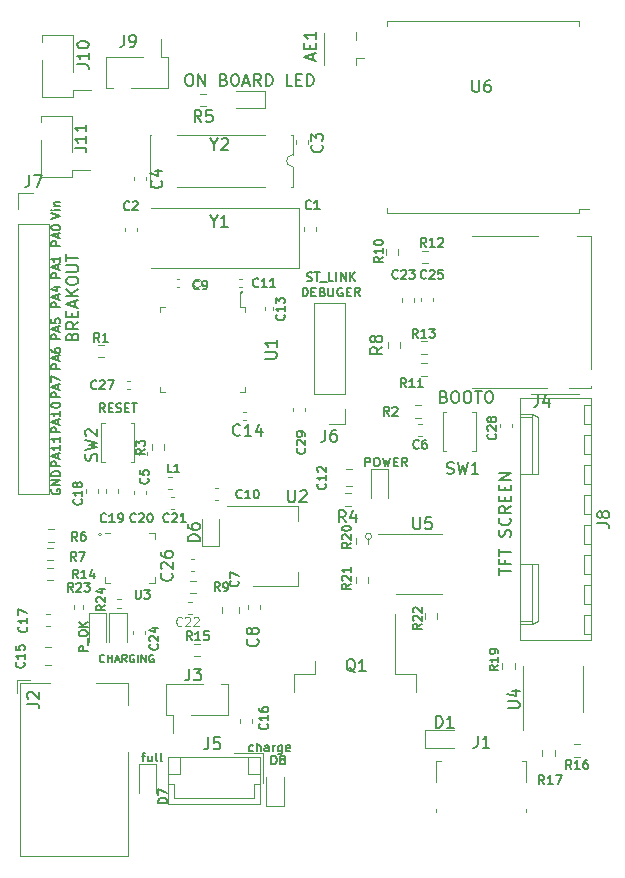
<source format=gbr>
%TF.GenerationSoftware,KiCad,Pcbnew,(5.1.8)-1*%
%TF.CreationDate,2021-07-02T09:13:16+03:00*%
%TF.ProjectId,CUSTOM stm32f103 DEVELOPMENT BOARD,43555354-4f4d-4207-9374-6d3332663130,rev?*%
%TF.SameCoordinates,Original*%
%TF.FileFunction,Legend,Top*%
%TF.FilePolarity,Positive*%
%FSLAX46Y46*%
G04 Gerber Fmt 4.6, Leading zero omitted, Abs format (unit mm)*
G04 Created by KiCad (PCBNEW (5.1.8)-1) date 2021-07-02 09:13:16*
%MOMM*%
%LPD*%
G01*
G04 APERTURE LIST*
%ADD10C,0.120000*%
%ADD11C,0.150000*%
G04 APERTURE END LIST*
D10*
X34200000Y-153900000D02*
G75*
G03*
X34200000Y-153900000I-100000J0D01*
G01*
D11*
X39614285Y-152926071D02*
X39721428Y-152961785D01*
X39900000Y-152961785D01*
X39971428Y-152926071D01*
X40007142Y-152890357D01*
X40042857Y-152818928D01*
X40042857Y-152747500D01*
X40007142Y-152676071D01*
X39971428Y-152640357D01*
X39900000Y-152604642D01*
X39757142Y-152568928D01*
X39685714Y-152533214D01*
X39650000Y-152497500D01*
X39614285Y-152426071D01*
X39614285Y-152354642D01*
X39650000Y-152283214D01*
X39685714Y-152247500D01*
X39757142Y-152211785D01*
X39935714Y-152211785D01*
X40042857Y-152247500D01*
X40257142Y-152211785D02*
X40685714Y-152211785D01*
X40471428Y-152961785D02*
X40471428Y-152211785D01*
X40757142Y-153033214D02*
X41328571Y-153033214D01*
X41864285Y-152961785D02*
X41507142Y-152961785D01*
X41507142Y-152211785D01*
X42114285Y-152961785D02*
X42114285Y-152211785D01*
X42471428Y-152961785D02*
X42471428Y-152211785D01*
X42900000Y-152961785D01*
X42900000Y-152211785D01*
X43257142Y-152961785D02*
X43257142Y-152211785D01*
X43685714Y-152961785D02*
X43364285Y-152533214D01*
X43685714Y-152211785D02*
X43257142Y-152640357D01*
X39257142Y-154236785D02*
X39257142Y-153486785D01*
X39435714Y-153486785D01*
X39542857Y-153522500D01*
X39614285Y-153593928D01*
X39650000Y-153665357D01*
X39685714Y-153808214D01*
X39685714Y-153915357D01*
X39650000Y-154058214D01*
X39614285Y-154129642D01*
X39542857Y-154201071D01*
X39435714Y-154236785D01*
X39257142Y-154236785D01*
X40007142Y-153843928D02*
X40257142Y-153843928D01*
X40364285Y-154236785D02*
X40007142Y-154236785D01*
X40007142Y-153486785D01*
X40364285Y-153486785D01*
X40935714Y-153843928D02*
X41042857Y-153879642D01*
X41078571Y-153915357D01*
X41114285Y-153986785D01*
X41114285Y-154093928D01*
X41078571Y-154165357D01*
X41042857Y-154201071D01*
X40971428Y-154236785D01*
X40685714Y-154236785D01*
X40685714Y-153486785D01*
X40935714Y-153486785D01*
X41007142Y-153522500D01*
X41042857Y-153558214D01*
X41078571Y-153629642D01*
X41078571Y-153701071D01*
X41042857Y-153772500D01*
X41007142Y-153808214D01*
X40935714Y-153843928D01*
X40685714Y-153843928D01*
X41435714Y-153486785D02*
X41435714Y-154093928D01*
X41471428Y-154165357D01*
X41507142Y-154201071D01*
X41578571Y-154236785D01*
X41721428Y-154236785D01*
X41792857Y-154201071D01*
X41828571Y-154165357D01*
X41864285Y-154093928D01*
X41864285Y-153486785D01*
X42614285Y-153522500D02*
X42542857Y-153486785D01*
X42435714Y-153486785D01*
X42328571Y-153522500D01*
X42257142Y-153593928D01*
X42221428Y-153665357D01*
X42185714Y-153808214D01*
X42185714Y-153915357D01*
X42221428Y-154058214D01*
X42257142Y-154129642D01*
X42328571Y-154201071D01*
X42435714Y-154236785D01*
X42507142Y-154236785D01*
X42614285Y-154201071D01*
X42650000Y-154165357D01*
X42650000Y-153915357D01*
X42507142Y-153915357D01*
X42971428Y-153843928D02*
X43221428Y-153843928D01*
X43328571Y-154236785D02*
X42971428Y-154236785D01*
X42971428Y-153486785D01*
X43328571Y-153486785D01*
X44078571Y-154236785D02*
X43828571Y-153879642D01*
X43649999Y-154236785D02*
X43649999Y-153486785D01*
X43935714Y-153486785D01*
X44007142Y-153522500D01*
X44042857Y-153558214D01*
X44078571Y-153629642D01*
X44078571Y-153736785D01*
X44042857Y-153808214D01*
X44007142Y-153843928D01*
X43935714Y-153879642D01*
X43649999Y-153879642D01*
D10*
X45099258Y-174560000D02*
G75*
G03*
X45099258Y-174560000I-269258J0D01*
G01*
D11*
X35057142Y-192723571D02*
X34985714Y-192759285D01*
X34842857Y-192759285D01*
X34771428Y-192723571D01*
X34735714Y-192687857D01*
X34700000Y-192616428D01*
X34700000Y-192402142D01*
X34735714Y-192330714D01*
X34771428Y-192295000D01*
X34842857Y-192259285D01*
X34985714Y-192259285D01*
X35057142Y-192295000D01*
X35378571Y-192759285D02*
X35378571Y-192009285D01*
X35700000Y-192759285D02*
X35700000Y-192366428D01*
X35664285Y-192295000D01*
X35592857Y-192259285D01*
X35485714Y-192259285D01*
X35414285Y-192295000D01*
X35378571Y-192330714D01*
X36378571Y-192759285D02*
X36378571Y-192366428D01*
X36342857Y-192295000D01*
X36271428Y-192259285D01*
X36128571Y-192259285D01*
X36057142Y-192295000D01*
X36378571Y-192723571D02*
X36307142Y-192759285D01*
X36128571Y-192759285D01*
X36057142Y-192723571D01*
X36021428Y-192652142D01*
X36021428Y-192580714D01*
X36057142Y-192509285D01*
X36128571Y-192473571D01*
X36307142Y-192473571D01*
X36378571Y-192437857D01*
X36735714Y-192759285D02*
X36735714Y-192259285D01*
X36735714Y-192402142D02*
X36771428Y-192330714D01*
X36807142Y-192295000D01*
X36878571Y-192259285D01*
X36950000Y-192259285D01*
X37521428Y-192259285D02*
X37521428Y-192866428D01*
X37485714Y-192937857D01*
X37450000Y-192973571D01*
X37378571Y-193009285D01*
X37271428Y-193009285D01*
X37200000Y-192973571D01*
X37521428Y-192723571D02*
X37450000Y-192759285D01*
X37307142Y-192759285D01*
X37235714Y-192723571D01*
X37200000Y-192687857D01*
X37164285Y-192616428D01*
X37164285Y-192402142D01*
X37200000Y-192330714D01*
X37235714Y-192295000D01*
X37307142Y-192259285D01*
X37450000Y-192259285D01*
X37521428Y-192295000D01*
X38164285Y-192723571D02*
X38092857Y-192759285D01*
X37950000Y-192759285D01*
X37878571Y-192723571D01*
X37842857Y-192652142D01*
X37842857Y-192366428D01*
X37878571Y-192295000D01*
X37950000Y-192259285D01*
X38092857Y-192259285D01*
X38164285Y-192295000D01*
X38200000Y-192366428D01*
X38200000Y-192437857D01*
X37842857Y-192509285D01*
X25635000Y-193109285D02*
X25920714Y-193109285D01*
X25742142Y-193609285D02*
X25742142Y-192966428D01*
X25777857Y-192895000D01*
X25849285Y-192859285D01*
X25920714Y-192859285D01*
X26492142Y-193109285D02*
X26492142Y-193609285D01*
X26170714Y-193109285D02*
X26170714Y-193502142D01*
X26206428Y-193573571D01*
X26277857Y-193609285D01*
X26385000Y-193609285D01*
X26456428Y-193573571D01*
X26492142Y-193537857D01*
X26956428Y-193609285D02*
X26885000Y-193573571D01*
X26849285Y-193502142D01*
X26849285Y-192859285D01*
X27349285Y-193609285D02*
X27277857Y-193573571D01*
X27242142Y-193502142D01*
X27242142Y-192859285D01*
X17989285Y-147667857D02*
X18739285Y-147417857D01*
X17989285Y-147167857D01*
X18739285Y-146917857D02*
X18239285Y-146917857D01*
X17989285Y-146917857D02*
X18025000Y-146953571D01*
X18060714Y-146917857D01*
X18025000Y-146882142D01*
X17989285Y-146917857D01*
X18060714Y-146917857D01*
X18239285Y-146560714D02*
X18739285Y-146560714D01*
X18310714Y-146560714D02*
X18275000Y-146525000D01*
X18239285Y-146453571D01*
X18239285Y-146346428D01*
X18275000Y-146275000D01*
X18346428Y-146239285D01*
X18739285Y-146239285D01*
X18739285Y-149975000D02*
X17989285Y-149975000D01*
X17989285Y-149689285D01*
X18025000Y-149617857D01*
X18060714Y-149582142D01*
X18132142Y-149546428D01*
X18239285Y-149546428D01*
X18310714Y-149582142D01*
X18346428Y-149617857D01*
X18382142Y-149689285D01*
X18382142Y-149975000D01*
X18525000Y-149260714D02*
X18525000Y-148903571D01*
X18739285Y-149332142D02*
X17989285Y-149082142D01*
X18739285Y-148832142D01*
X17989285Y-148439285D02*
X17989285Y-148367857D01*
X18025000Y-148296428D01*
X18060714Y-148260714D01*
X18132142Y-148225000D01*
X18275000Y-148189285D01*
X18453571Y-148189285D01*
X18596428Y-148225000D01*
X18667857Y-148260714D01*
X18703571Y-148296428D01*
X18739285Y-148367857D01*
X18739285Y-148439285D01*
X18703571Y-148510714D01*
X18667857Y-148546428D01*
X18596428Y-148582142D01*
X18453571Y-148617857D01*
X18275000Y-148617857D01*
X18132142Y-148582142D01*
X18060714Y-148546428D01*
X18025000Y-148510714D01*
X17989285Y-148439285D01*
X18739285Y-152675000D02*
X17989285Y-152675000D01*
X17989285Y-152389285D01*
X18025000Y-152317857D01*
X18060714Y-152282142D01*
X18132142Y-152246428D01*
X18239285Y-152246428D01*
X18310714Y-152282142D01*
X18346428Y-152317857D01*
X18382142Y-152389285D01*
X18382142Y-152675000D01*
X18525000Y-151960714D02*
X18525000Y-151603571D01*
X18739285Y-152032142D02*
X17989285Y-151782142D01*
X18739285Y-151532142D01*
X18739285Y-150889285D02*
X18739285Y-151317857D01*
X18739285Y-151103571D02*
X17989285Y-151103571D01*
X18096428Y-151175000D01*
X18167857Y-151246428D01*
X18203571Y-151317857D01*
X18739285Y-155175000D02*
X17989285Y-155175000D01*
X17989285Y-154889285D01*
X18025000Y-154817857D01*
X18060714Y-154782142D01*
X18132142Y-154746428D01*
X18239285Y-154746428D01*
X18310714Y-154782142D01*
X18346428Y-154817857D01*
X18382142Y-154889285D01*
X18382142Y-155175000D01*
X18525000Y-154460714D02*
X18525000Y-154103571D01*
X18739285Y-154532142D02*
X17989285Y-154282142D01*
X18739285Y-154032142D01*
X18239285Y-153460714D02*
X18739285Y-153460714D01*
X17953571Y-153639285D02*
X18489285Y-153817857D01*
X18489285Y-153353571D01*
X18739285Y-157875000D02*
X17989285Y-157875000D01*
X17989285Y-157589285D01*
X18025000Y-157517857D01*
X18060714Y-157482142D01*
X18132142Y-157446428D01*
X18239285Y-157446428D01*
X18310714Y-157482142D01*
X18346428Y-157517857D01*
X18382142Y-157589285D01*
X18382142Y-157875000D01*
X18525000Y-157160714D02*
X18525000Y-156803571D01*
X18739285Y-157232142D02*
X17989285Y-156982142D01*
X18739285Y-156732142D01*
X17989285Y-156125000D02*
X17989285Y-156482142D01*
X18346428Y-156517857D01*
X18310714Y-156482142D01*
X18275000Y-156410714D01*
X18275000Y-156232142D01*
X18310714Y-156160714D01*
X18346428Y-156125000D01*
X18417857Y-156089285D01*
X18596428Y-156089285D01*
X18667857Y-156125000D01*
X18703571Y-156160714D01*
X18739285Y-156232142D01*
X18739285Y-156410714D01*
X18703571Y-156482142D01*
X18667857Y-156517857D01*
X18739285Y-160375000D02*
X17989285Y-160375000D01*
X17989285Y-160089285D01*
X18025000Y-160017857D01*
X18060714Y-159982142D01*
X18132142Y-159946428D01*
X18239285Y-159946428D01*
X18310714Y-159982142D01*
X18346428Y-160017857D01*
X18382142Y-160089285D01*
X18382142Y-160375000D01*
X18525000Y-159660714D02*
X18525000Y-159303571D01*
X18739285Y-159732142D02*
X17989285Y-159482142D01*
X18739285Y-159232142D01*
X17989285Y-158660714D02*
X17989285Y-158803571D01*
X18025000Y-158875000D01*
X18060714Y-158910714D01*
X18167857Y-158982142D01*
X18310714Y-159017857D01*
X18596428Y-159017857D01*
X18667857Y-158982142D01*
X18703571Y-158946428D01*
X18739285Y-158875000D01*
X18739285Y-158732142D01*
X18703571Y-158660714D01*
X18667857Y-158625000D01*
X18596428Y-158589285D01*
X18417857Y-158589285D01*
X18346428Y-158625000D01*
X18310714Y-158660714D01*
X18275000Y-158732142D01*
X18275000Y-158875000D01*
X18310714Y-158946428D01*
X18346428Y-158982142D01*
X18417857Y-159017857D01*
X18739285Y-162775000D02*
X17989285Y-162775000D01*
X17989285Y-162489285D01*
X18025000Y-162417857D01*
X18060714Y-162382142D01*
X18132142Y-162346428D01*
X18239285Y-162346428D01*
X18310714Y-162382142D01*
X18346428Y-162417857D01*
X18382142Y-162489285D01*
X18382142Y-162775000D01*
X18525000Y-162060714D02*
X18525000Y-161703571D01*
X18739285Y-162132142D02*
X17989285Y-161882142D01*
X18739285Y-161632142D01*
X17989285Y-161453571D02*
X17989285Y-160953571D01*
X18739285Y-161275000D01*
X18739285Y-165732142D02*
X17989285Y-165732142D01*
X17989285Y-165446428D01*
X18025000Y-165375000D01*
X18060714Y-165339285D01*
X18132142Y-165303571D01*
X18239285Y-165303571D01*
X18310714Y-165339285D01*
X18346428Y-165375000D01*
X18382142Y-165446428D01*
X18382142Y-165732142D01*
X18525000Y-165017857D02*
X18525000Y-164660714D01*
X18739285Y-165089285D02*
X17989285Y-164839285D01*
X18739285Y-164589285D01*
X18739285Y-163946428D02*
X18739285Y-164375000D01*
X18739285Y-164160714D02*
X17989285Y-164160714D01*
X18096428Y-164232142D01*
X18167857Y-164303571D01*
X18203571Y-164375000D01*
X17989285Y-163482142D02*
X17989285Y-163410714D01*
X18025000Y-163339285D01*
X18060714Y-163303571D01*
X18132142Y-163267857D01*
X18275000Y-163232142D01*
X18453571Y-163232142D01*
X18596428Y-163267857D01*
X18667857Y-163303571D01*
X18703571Y-163339285D01*
X18739285Y-163410714D01*
X18739285Y-163482142D01*
X18703571Y-163553571D01*
X18667857Y-163589285D01*
X18596428Y-163625000D01*
X18453571Y-163660714D01*
X18275000Y-163660714D01*
X18132142Y-163625000D01*
X18060714Y-163589285D01*
X18025000Y-163553571D01*
X17989285Y-163482142D01*
X18739285Y-168632142D02*
X17989285Y-168632142D01*
X17989285Y-168346428D01*
X18025000Y-168275000D01*
X18060714Y-168239285D01*
X18132142Y-168203571D01*
X18239285Y-168203571D01*
X18310714Y-168239285D01*
X18346428Y-168275000D01*
X18382142Y-168346428D01*
X18382142Y-168632142D01*
X18525000Y-167917857D02*
X18525000Y-167560714D01*
X18739285Y-167989285D02*
X17989285Y-167739285D01*
X18739285Y-167489285D01*
X18739285Y-166846428D02*
X18739285Y-167275000D01*
X18739285Y-167060714D02*
X17989285Y-167060714D01*
X18096428Y-167132142D01*
X18167857Y-167203571D01*
X18203571Y-167275000D01*
X18739285Y-166132142D02*
X18739285Y-166560714D01*
X18739285Y-166346428D02*
X17989285Y-166346428D01*
X18096428Y-166417857D01*
X18167857Y-166489285D01*
X18203571Y-166560714D01*
X18025000Y-170571428D02*
X17989285Y-170642857D01*
X17989285Y-170750000D01*
X18025000Y-170857142D01*
X18096428Y-170928571D01*
X18167857Y-170964285D01*
X18310714Y-171000000D01*
X18417857Y-171000000D01*
X18560714Y-170964285D01*
X18632142Y-170928571D01*
X18703571Y-170857142D01*
X18739285Y-170750000D01*
X18739285Y-170678571D01*
X18703571Y-170571428D01*
X18667857Y-170535714D01*
X18417857Y-170535714D01*
X18417857Y-170678571D01*
X18739285Y-170214285D02*
X17989285Y-170214285D01*
X18739285Y-169785714D01*
X17989285Y-169785714D01*
X18739285Y-169428571D02*
X17989285Y-169428571D01*
X17989285Y-169250000D01*
X18025000Y-169142857D01*
X18096428Y-169071428D01*
X18167857Y-169035714D01*
X18310714Y-169000000D01*
X18417857Y-169000000D01*
X18560714Y-169035714D01*
X18632142Y-169071428D01*
X18703571Y-169142857D01*
X18739285Y-169250000D01*
X18739285Y-169428571D01*
X19728571Y-157638095D02*
X19776190Y-157495238D01*
X19823809Y-157447619D01*
X19919047Y-157400000D01*
X20061904Y-157400000D01*
X20157142Y-157447619D01*
X20204761Y-157495238D01*
X20252380Y-157590476D01*
X20252380Y-157971428D01*
X19252380Y-157971428D01*
X19252380Y-157638095D01*
X19300000Y-157542857D01*
X19347619Y-157495238D01*
X19442857Y-157447619D01*
X19538095Y-157447619D01*
X19633333Y-157495238D01*
X19680952Y-157542857D01*
X19728571Y-157638095D01*
X19728571Y-157971428D01*
X20252380Y-156400000D02*
X19776190Y-156733333D01*
X20252380Y-156971428D02*
X19252380Y-156971428D01*
X19252380Y-156590476D01*
X19300000Y-156495238D01*
X19347619Y-156447619D01*
X19442857Y-156400000D01*
X19585714Y-156400000D01*
X19680952Y-156447619D01*
X19728571Y-156495238D01*
X19776190Y-156590476D01*
X19776190Y-156971428D01*
X19728571Y-155971428D02*
X19728571Y-155638095D01*
X20252380Y-155495238D02*
X20252380Y-155971428D01*
X19252380Y-155971428D01*
X19252380Y-155495238D01*
X19966666Y-155114285D02*
X19966666Y-154638095D01*
X20252380Y-155209523D02*
X19252380Y-154876190D01*
X20252380Y-154542857D01*
X20252380Y-154209523D02*
X19252380Y-154209523D01*
X20252380Y-153638095D02*
X19680952Y-154066666D01*
X19252380Y-153638095D02*
X19823809Y-154209523D01*
X19252380Y-153019047D02*
X19252380Y-152828571D01*
X19300000Y-152733333D01*
X19395238Y-152638095D01*
X19585714Y-152590476D01*
X19919047Y-152590476D01*
X20109523Y-152638095D01*
X20204761Y-152733333D01*
X20252380Y-152828571D01*
X20252380Y-153019047D01*
X20204761Y-153114285D01*
X20109523Y-153209523D01*
X19919047Y-153257142D01*
X19585714Y-153257142D01*
X19395238Y-153209523D01*
X19300000Y-153114285D01*
X19252380Y-153019047D01*
X19252380Y-152161904D02*
X20061904Y-152161904D01*
X20157142Y-152114285D01*
X20204761Y-152066666D01*
X20252380Y-151971428D01*
X20252380Y-151780952D01*
X20204761Y-151685714D01*
X20157142Y-151638095D01*
X20061904Y-151590476D01*
X19252380Y-151590476D01*
X19252380Y-151257142D02*
X19252380Y-150685714D01*
X20252380Y-150971428D02*
X19252380Y-150971428D01*
X55872380Y-177810952D02*
X55872380Y-177239523D01*
X56872380Y-177525238D02*
X55872380Y-177525238D01*
X56348571Y-176572857D02*
X56348571Y-176906190D01*
X56872380Y-176906190D02*
X55872380Y-176906190D01*
X55872380Y-176430000D01*
X55872380Y-176191904D02*
X55872380Y-175620476D01*
X56872380Y-175906190D02*
X55872380Y-175906190D01*
X56824761Y-174572857D02*
X56872380Y-174430000D01*
X56872380Y-174191904D01*
X56824761Y-174096666D01*
X56777142Y-174049047D01*
X56681904Y-174001428D01*
X56586666Y-174001428D01*
X56491428Y-174049047D01*
X56443809Y-174096666D01*
X56396190Y-174191904D01*
X56348571Y-174382380D01*
X56300952Y-174477619D01*
X56253333Y-174525238D01*
X56158095Y-174572857D01*
X56062857Y-174572857D01*
X55967619Y-174525238D01*
X55920000Y-174477619D01*
X55872380Y-174382380D01*
X55872380Y-174144285D01*
X55920000Y-174001428D01*
X56777142Y-173001428D02*
X56824761Y-173049047D01*
X56872380Y-173191904D01*
X56872380Y-173287142D01*
X56824761Y-173430000D01*
X56729523Y-173525238D01*
X56634285Y-173572857D01*
X56443809Y-173620476D01*
X56300952Y-173620476D01*
X56110476Y-173572857D01*
X56015238Y-173525238D01*
X55920000Y-173430000D01*
X55872380Y-173287142D01*
X55872380Y-173191904D01*
X55920000Y-173049047D01*
X55967619Y-173001428D01*
X56872380Y-172001428D02*
X56396190Y-172334761D01*
X56872380Y-172572857D02*
X55872380Y-172572857D01*
X55872380Y-172191904D01*
X55920000Y-172096666D01*
X55967619Y-172049047D01*
X56062857Y-172001428D01*
X56205714Y-172001428D01*
X56300952Y-172049047D01*
X56348571Y-172096666D01*
X56396190Y-172191904D01*
X56396190Y-172572857D01*
X56348571Y-171572857D02*
X56348571Y-171239523D01*
X56872380Y-171096666D02*
X56872380Y-171572857D01*
X55872380Y-171572857D01*
X55872380Y-171096666D01*
X56348571Y-170668095D02*
X56348571Y-170334761D01*
X56872380Y-170191904D02*
X56872380Y-170668095D01*
X55872380Y-170668095D01*
X55872380Y-170191904D01*
X56872380Y-169763333D02*
X55872380Y-169763333D01*
X56872380Y-169191904D01*
X55872380Y-169191904D01*
D10*
X30732491Y-153130000D02*
G75*
G03*
X30732491Y-153130000I-362491J0D01*
G01*
X22230384Y-174400000D02*
G75*
G03*
X22230384Y-174400000I-130384J0D01*
G01*
D11*
X51219047Y-162728571D02*
X51361904Y-162776190D01*
X51409523Y-162823809D01*
X51457142Y-162919047D01*
X51457142Y-163061904D01*
X51409523Y-163157142D01*
X51361904Y-163204761D01*
X51266666Y-163252380D01*
X50885714Y-163252380D01*
X50885714Y-162252380D01*
X51219047Y-162252380D01*
X51314285Y-162300000D01*
X51361904Y-162347619D01*
X51409523Y-162442857D01*
X51409523Y-162538095D01*
X51361904Y-162633333D01*
X51314285Y-162680952D01*
X51219047Y-162728571D01*
X50885714Y-162728571D01*
X52076190Y-162252380D02*
X52266666Y-162252380D01*
X52361904Y-162300000D01*
X52457142Y-162395238D01*
X52504761Y-162585714D01*
X52504761Y-162919047D01*
X52457142Y-163109523D01*
X52361904Y-163204761D01*
X52266666Y-163252380D01*
X52076190Y-163252380D01*
X51980952Y-163204761D01*
X51885714Y-163109523D01*
X51838095Y-162919047D01*
X51838095Y-162585714D01*
X51885714Y-162395238D01*
X51980952Y-162300000D01*
X52076190Y-162252380D01*
X53123809Y-162252380D02*
X53314285Y-162252380D01*
X53409523Y-162300000D01*
X53504761Y-162395238D01*
X53552380Y-162585714D01*
X53552380Y-162919047D01*
X53504761Y-163109523D01*
X53409523Y-163204761D01*
X53314285Y-163252380D01*
X53123809Y-163252380D01*
X53028571Y-163204761D01*
X52933333Y-163109523D01*
X52885714Y-162919047D01*
X52885714Y-162585714D01*
X52933333Y-162395238D01*
X53028571Y-162300000D01*
X53123809Y-162252380D01*
X53838095Y-162252380D02*
X54409523Y-162252380D01*
X54123809Y-163252380D02*
X54123809Y-162252380D01*
X54933333Y-162252380D02*
X55123809Y-162252380D01*
X55219047Y-162300000D01*
X55314285Y-162395238D01*
X55361904Y-162585714D01*
X55361904Y-162919047D01*
X55314285Y-163109523D01*
X55219047Y-163204761D01*
X55123809Y-163252380D01*
X54933333Y-163252380D01*
X54838095Y-163204761D01*
X54742857Y-163109523D01*
X54695238Y-162919047D01*
X54695238Y-162585714D01*
X54742857Y-162395238D01*
X54838095Y-162300000D01*
X54933333Y-162252380D01*
X22510714Y-164039285D02*
X22260714Y-163682142D01*
X22082142Y-164039285D02*
X22082142Y-163289285D01*
X22367857Y-163289285D01*
X22439285Y-163325000D01*
X22475000Y-163360714D01*
X22510714Y-163432142D01*
X22510714Y-163539285D01*
X22475000Y-163610714D01*
X22439285Y-163646428D01*
X22367857Y-163682142D01*
X22082142Y-163682142D01*
X22832142Y-163646428D02*
X23082142Y-163646428D01*
X23189285Y-164039285D02*
X22832142Y-164039285D01*
X22832142Y-163289285D01*
X23189285Y-163289285D01*
X23475000Y-164003571D02*
X23582142Y-164039285D01*
X23760714Y-164039285D01*
X23832142Y-164003571D01*
X23867857Y-163967857D01*
X23903571Y-163896428D01*
X23903571Y-163825000D01*
X23867857Y-163753571D01*
X23832142Y-163717857D01*
X23760714Y-163682142D01*
X23617857Y-163646428D01*
X23546428Y-163610714D01*
X23510714Y-163575000D01*
X23475000Y-163503571D01*
X23475000Y-163432142D01*
X23510714Y-163360714D01*
X23546428Y-163325000D01*
X23617857Y-163289285D01*
X23796428Y-163289285D01*
X23903571Y-163325000D01*
X24225000Y-163646428D02*
X24475000Y-163646428D01*
X24582142Y-164039285D02*
X24225000Y-164039285D01*
X24225000Y-163289285D01*
X24582142Y-163289285D01*
X24796428Y-163289285D02*
X25225000Y-163289285D01*
X25010714Y-164039285D02*
X25010714Y-163289285D01*
X22471904Y-185152142D02*
X22440952Y-185183095D01*
X22348095Y-185214047D01*
X22286190Y-185214047D01*
X22193333Y-185183095D01*
X22131428Y-185121190D01*
X22100476Y-185059285D01*
X22069523Y-184935476D01*
X22069523Y-184842619D01*
X22100476Y-184718809D01*
X22131428Y-184656904D01*
X22193333Y-184595000D01*
X22286190Y-184564047D01*
X22348095Y-184564047D01*
X22440952Y-184595000D01*
X22471904Y-184625952D01*
X22750476Y-185214047D02*
X22750476Y-184564047D01*
X22750476Y-184873571D02*
X23121904Y-184873571D01*
X23121904Y-185214047D02*
X23121904Y-184564047D01*
X23400476Y-185028333D02*
X23709999Y-185028333D01*
X23338571Y-185214047D02*
X23555238Y-184564047D01*
X23771904Y-185214047D01*
X24359999Y-185214047D02*
X24143333Y-184904523D01*
X23988571Y-185214047D02*
X23988571Y-184564047D01*
X24236190Y-184564047D01*
X24298095Y-184595000D01*
X24329047Y-184625952D01*
X24359999Y-184687857D01*
X24359999Y-184780714D01*
X24329047Y-184842619D01*
X24298095Y-184873571D01*
X24236190Y-184904523D01*
X23988571Y-184904523D01*
X24979047Y-184595000D02*
X24917142Y-184564047D01*
X24824285Y-184564047D01*
X24731428Y-184595000D01*
X24669523Y-184656904D01*
X24638571Y-184718809D01*
X24607619Y-184842619D01*
X24607619Y-184935476D01*
X24638571Y-185059285D01*
X24669523Y-185121190D01*
X24731428Y-185183095D01*
X24824285Y-185214047D01*
X24886190Y-185214047D01*
X24979047Y-185183095D01*
X25009999Y-185152142D01*
X25009999Y-184935476D01*
X24886190Y-184935476D01*
X25288571Y-185214047D02*
X25288571Y-184564047D01*
X25598095Y-185214047D02*
X25598095Y-184564047D01*
X25969523Y-185214047D01*
X25969523Y-184564047D01*
X26619523Y-184595000D02*
X26557619Y-184564047D01*
X26464761Y-184564047D01*
X26371904Y-184595000D01*
X26309999Y-184656904D01*
X26279047Y-184718809D01*
X26248095Y-184842619D01*
X26248095Y-184935476D01*
X26279047Y-185059285D01*
X26309999Y-185121190D01*
X26371904Y-185183095D01*
X26464761Y-185214047D01*
X26526666Y-185214047D01*
X26619523Y-185183095D01*
X26650476Y-185152142D01*
X26650476Y-184935476D01*
X26526666Y-184935476D01*
X21049285Y-184300000D02*
X20299285Y-184300000D01*
X20299285Y-184014285D01*
X20335000Y-183942857D01*
X20370714Y-183907142D01*
X20442142Y-183871428D01*
X20549285Y-183871428D01*
X20620714Y-183907142D01*
X20656428Y-183942857D01*
X20692142Y-184014285D01*
X20692142Y-184300000D01*
X21120714Y-183728571D02*
X21120714Y-183157142D01*
X20299285Y-182835714D02*
X20299285Y-182692857D01*
X20335000Y-182621428D01*
X20406428Y-182550000D01*
X20549285Y-182514285D01*
X20799285Y-182514285D01*
X20942142Y-182550000D01*
X21013571Y-182621428D01*
X21049285Y-182692857D01*
X21049285Y-182835714D01*
X21013571Y-182907142D01*
X20942142Y-182978571D01*
X20799285Y-183014285D01*
X20549285Y-183014285D01*
X20406428Y-182978571D01*
X20335000Y-182907142D01*
X20299285Y-182835714D01*
X21049285Y-182192857D02*
X20299285Y-182192857D01*
X21049285Y-181764285D02*
X20620714Y-182085714D01*
X20299285Y-181764285D02*
X20727857Y-182192857D01*
D10*
%TO.C,U4*%
X57880000Y-187480000D02*
X57880000Y-190930000D01*
X57880000Y-187480000D02*
X57880000Y-185530000D01*
X63000000Y-187480000D02*
X63000000Y-189430000D01*
X63000000Y-187480000D02*
X63000000Y-185530000D01*
%TO.C,U1*%
X27150000Y-161900000D02*
X27150000Y-162350000D01*
X27150000Y-162350000D02*
X27600000Y-162350000D01*
X27150000Y-155580000D02*
X27150000Y-155130000D01*
X27150000Y-155130000D02*
X27600000Y-155130000D01*
X34370000Y-161900000D02*
X34370000Y-162350000D01*
X34370000Y-162350000D02*
X33920000Y-162350000D01*
X34370000Y-155580000D02*
X34370000Y-155130000D01*
X34370000Y-155130000D02*
X33920000Y-155130000D01*
X33920000Y-155130000D02*
X33920000Y-153840000D01*
%TO.C,U6*%
X62630000Y-147160000D02*
X46430000Y-147160000D01*
X46430000Y-147160000D02*
X46430000Y-146760000D01*
X62630000Y-131360000D02*
X62630000Y-130960000D01*
X62630000Y-130960000D02*
X46430000Y-130960000D01*
X46430000Y-130960000D02*
X46430000Y-131360000D01*
X62630000Y-147160000D02*
X62630000Y-146810000D01*
X62630000Y-146810000D02*
X63530000Y-146810000D01*
%TO.C,C1*%
X40380000Y-148665580D02*
X40380000Y-148384420D01*
X39360000Y-148665580D02*
X39360000Y-148384420D01*
%TO.C,C2*%
X24220000Y-148715580D02*
X24220000Y-148434420D01*
X25240000Y-148715580D02*
X25240000Y-148434420D01*
%TO.C,C3*%
X39710000Y-141034420D02*
X39710000Y-141315580D01*
X38690000Y-141034420D02*
X38690000Y-141315580D01*
%TO.C,C4*%
X24990000Y-144134420D02*
X24990000Y-144415580D01*
X26010000Y-144134420D02*
X26010000Y-144415580D01*
%TO.C,C6*%
X49335580Y-165010000D02*
X49054420Y-165010000D01*
X49335580Y-166030000D02*
X49054420Y-166030000D01*
%TO.C,C7*%
X33885000Y-180513748D02*
X33885000Y-181036252D01*
X32415000Y-180513748D02*
X32415000Y-181036252D01*
%TO.C,C8*%
X35685000Y-180384420D02*
X35685000Y-180665580D01*
X34665000Y-180384420D02*
X34665000Y-180665580D01*
%TO.C,C9*%
X28815835Y-153460000D02*
X28584165Y-153460000D01*
X28815835Y-152740000D02*
X28584165Y-152740000D01*
%TO.C,C10*%
X31810913Y-171512960D02*
X32103447Y-171512960D01*
X31810913Y-170492960D02*
X32103447Y-170492960D01*
%TO.C,C12*%
X42913748Y-170310000D02*
X43436252Y-170310000D01*
X42913748Y-168840000D02*
X43436252Y-168840000D01*
%TO.C,C13*%
X36038200Y-155402735D02*
X36038200Y-155171065D01*
X36758200Y-155402735D02*
X36758200Y-155171065D01*
%TO.C,C14*%
X34216665Y-164740000D02*
X34448335Y-164740000D01*
X34216665Y-164020000D02*
X34448335Y-164020000D01*
%TO.C,C15*%
X17936252Y-185410000D02*
X17413748Y-185410000D01*
X17936252Y-183940000D02*
X17413748Y-183940000D01*
%TO.C,C16*%
X34990000Y-190056233D02*
X34990000Y-190348767D01*
X33970000Y-190056233D02*
X33970000Y-190348767D01*
%TO.C,C17*%
X17833767Y-181140000D02*
X17541233Y-181140000D01*
X17833767Y-182160000D02*
X17541233Y-182160000D01*
%TO.C,C18*%
X20890000Y-170846267D02*
X20890000Y-170553733D01*
X21910000Y-170846267D02*
X21910000Y-170553733D01*
%TO.C,C19*%
X22610000Y-170846267D02*
X22610000Y-170553733D01*
X23630000Y-170846267D02*
X23630000Y-170553733D01*
%TO.C,C20*%
X24970000Y-170986267D02*
X24970000Y-170693733D01*
X25990000Y-170986267D02*
X25990000Y-170693733D01*
%TO.C,C21*%
X28406267Y-171250000D02*
X28113733Y-171250000D01*
X28406267Y-172270000D02*
X28113733Y-172270000D01*
%TO.C,C22*%
X29566233Y-181110000D02*
X29858767Y-181110000D01*
X29566233Y-180090000D02*
X29858767Y-180090000D01*
%TO.C,C23*%
X48720000Y-154676267D02*
X48720000Y-154383733D01*
X47700000Y-154676267D02*
X47700000Y-154383733D01*
%TO.C,C24*%
X25930000Y-182856267D02*
X25930000Y-182563733D01*
X24910000Y-182856267D02*
X24910000Y-182563733D01*
%TO.C,C25*%
X49240000Y-154646267D02*
X49240000Y-154353733D01*
X50260000Y-154646267D02*
X50260000Y-154353733D01*
%TO.C,C26*%
X30096267Y-177485000D02*
X29803733Y-177485000D01*
X30096267Y-176465000D02*
X29803733Y-176465000D01*
%TO.C,C28*%
X57000000Y-165041233D02*
X57000000Y-165333767D01*
X55980000Y-165041233D02*
X55980000Y-165333767D01*
%TO.C,D1*%
X52075000Y-190985000D02*
X49615000Y-190985000D01*
X49615000Y-190985000D02*
X49615000Y-192455000D01*
X49615000Y-192455000D02*
X52075000Y-192455000D01*
%TO.C,POWER*%
X45035000Y-168865000D02*
X45035000Y-171325000D01*
X46505000Y-168865000D02*
X45035000Y-168865000D01*
X46505000Y-171325000D02*
X46505000Y-168865000D01*
%TO.C,ON BOARD LED*%
X36077000Y-136816160D02*
X33617000Y-136816160D01*
X36077000Y-138286160D02*
X36077000Y-136816160D01*
X33617000Y-138286160D02*
X36077000Y-138286160D01*
%TO.C,D4*%
X22625000Y-183510000D02*
X22625000Y-181050000D01*
X22625000Y-181050000D02*
X21155000Y-181050000D01*
X21155000Y-181050000D02*
X21155000Y-183510000D01*
%TO.C,D5*%
X22895000Y-181045000D02*
X22895000Y-183505000D01*
X24365000Y-181045000D02*
X22895000Y-181045000D01*
X24365000Y-183505000D02*
X24365000Y-181045000D01*
%TO.C,D6*%
X30715000Y-173125000D02*
X30715000Y-175410000D01*
X30715000Y-175410000D02*
X32185000Y-175410000D01*
X32185000Y-175410000D02*
X32185000Y-173125000D01*
%TO.C,D7*%
X26865000Y-196295000D02*
X26865000Y-193835000D01*
X26865000Y-193835000D02*
X25395000Y-193835000D01*
X25395000Y-193835000D02*
X25395000Y-196295000D01*
%TO.C,D8*%
X36185000Y-194965000D02*
X36185000Y-197425000D01*
X36185000Y-197425000D02*
X37655000Y-197425000D01*
X37655000Y-197425000D02*
X37655000Y-194965000D01*
%TO.C,J1*%
X58210000Y-193570000D02*
X57830000Y-193570000D01*
X58210000Y-197620000D02*
X58210000Y-197880000D01*
X58210000Y-193570000D02*
X58210000Y-195340000D01*
X50590000Y-193570000D02*
X50970000Y-193570000D01*
X50590000Y-195340000D02*
X50590000Y-193570000D01*
X50590000Y-197880000D02*
X50590000Y-197620000D01*
%TO.C,J2*%
X16150000Y-186750000D02*
X15100000Y-186750000D01*
X15100000Y-187800000D02*
X15100000Y-186750000D01*
X24500000Y-192850000D02*
X24500000Y-201650000D01*
X24500000Y-201650000D02*
X15300000Y-201650000D01*
X21800000Y-186950000D02*
X24500000Y-186950000D01*
X24500000Y-186950000D02*
X24500000Y-188850000D01*
X15300000Y-201650000D02*
X15300000Y-186950000D01*
X15300000Y-186950000D02*
X17900000Y-186950000D01*
%TO.C,J3*%
X29820000Y-189685000D02*
X32930000Y-189685000D01*
X32360000Y-187025000D02*
X32930000Y-187025000D01*
X27730000Y-189685000D02*
X28300000Y-189685000D01*
X28300000Y-189685000D02*
X28300000Y-191205000D01*
X27730000Y-187025000D02*
X30840000Y-187025000D01*
X32930000Y-189685000D02*
X32930000Y-187025000D01*
X27730000Y-189685000D02*
X27730000Y-187025000D01*
%TO.C,J4*%
X59920960Y-161969360D02*
X53620960Y-161969360D01*
X59220960Y-149099360D02*
X53620960Y-149099360D01*
X63630960Y-161969360D02*
X61820960Y-161969360D01*
X63630960Y-149099360D02*
X63630960Y-160359360D01*
X62470960Y-149099360D02*
X63630960Y-149099360D01*
X63630960Y-161859360D02*
X63630960Y-161969360D01*
%TO.C,J5*%
X35620000Y-197220000D02*
X35620000Y-193200000D01*
X35620000Y-193200000D02*
X27900000Y-193200000D01*
X27900000Y-193200000D02*
X27900000Y-197220000D01*
X27900000Y-197220000D02*
X35620000Y-197220000D01*
X35620000Y-195510000D02*
X35120000Y-195510000D01*
X35120000Y-195510000D02*
X35120000Y-196720000D01*
X35120000Y-196720000D02*
X28400000Y-196720000D01*
X28400000Y-196720000D02*
X28400000Y-195510000D01*
X28400000Y-195510000D02*
X27900000Y-195510000D01*
X35620000Y-194700000D02*
X34620000Y-194700000D01*
X34620000Y-194700000D02*
X34620000Y-193200000D01*
X27900000Y-194700000D02*
X28900000Y-194700000D01*
X28900000Y-194700000D02*
X28900000Y-193200000D01*
X35920000Y-195400000D02*
X35920000Y-192900000D01*
X35920000Y-192900000D02*
X33420000Y-192900000D01*
%TO.C,J6*%
X42840000Y-154800000D02*
X40180000Y-154800000D01*
X42840000Y-162480000D02*
X42840000Y-154800000D01*
X40180000Y-162480000D02*
X40180000Y-154800000D01*
X42840000Y-162480000D02*
X40180000Y-162480000D01*
X42840000Y-163750000D02*
X42840000Y-165080000D01*
X42840000Y-165080000D02*
X41510000Y-165080000D01*
%TO.C,J7*%
X15130000Y-171010000D02*
X17790000Y-171010000D01*
X15130000Y-148090000D02*
X15130000Y-171010000D01*
X17790000Y-148090000D02*
X17790000Y-171010000D01*
X15130000Y-148090000D02*
X17790000Y-148090000D01*
X15130000Y-146820000D02*
X15130000Y-145490000D01*
X15130000Y-145490000D02*
X16460000Y-145490000D01*
%TO.C,J8*%
X63660000Y-162830000D02*
X57640000Y-162830000D01*
X57640000Y-162830000D02*
X57640000Y-183370000D01*
X57640000Y-183370000D02*
X63660000Y-183370000D01*
X63660000Y-183370000D02*
X63660000Y-162830000D01*
X62630000Y-162540000D02*
X58630000Y-162540000D01*
X57640000Y-164210000D02*
X58640000Y-164210000D01*
X58640000Y-164210000D02*
X58640000Y-169290000D01*
X58640000Y-169290000D02*
X57640000Y-169290000D01*
X58640000Y-164210000D02*
X59170000Y-164460000D01*
X59170000Y-164460000D02*
X59170000Y-169290000D01*
X59170000Y-169290000D02*
X58640000Y-169290000D01*
X57640000Y-164460000D02*
X58640000Y-164460000D01*
X57640000Y-181990000D02*
X58640000Y-181990000D01*
X58640000Y-181990000D02*
X58640000Y-176910000D01*
X58640000Y-176910000D02*
X57640000Y-176910000D01*
X58640000Y-181990000D02*
X59170000Y-181740000D01*
X59170000Y-181740000D02*
X59170000Y-176910000D01*
X59170000Y-176910000D02*
X58640000Y-176910000D01*
X57640000Y-181740000D02*
X58640000Y-181740000D01*
X63660000Y-163410000D02*
X63060000Y-163410000D01*
X63060000Y-163410000D02*
X63060000Y-165010000D01*
X63060000Y-165010000D02*
X63660000Y-165010000D01*
X63660000Y-165950000D02*
X63060000Y-165950000D01*
X63060000Y-165950000D02*
X63060000Y-167550000D01*
X63060000Y-167550000D02*
X63660000Y-167550000D01*
X63660000Y-168490000D02*
X63060000Y-168490000D01*
X63060000Y-168490000D02*
X63060000Y-170090000D01*
X63060000Y-170090000D02*
X63660000Y-170090000D01*
X63660000Y-171030000D02*
X63060000Y-171030000D01*
X63060000Y-171030000D02*
X63060000Y-172630000D01*
X63060000Y-172630000D02*
X63660000Y-172630000D01*
X63660000Y-173570000D02*
X63060000Y-173570000D01*
X63060000Y-173570000D02*
X63060000Y-175170000D01*
X63060000Y-175170000D02*
X63660000Y-175170000D01*
X63660000Y-176110000D02*
X63060000Y-176110000D01*
X63060000Y-176110000D02*
X63060000Y-177710000D01*
X63060000Y-177710000D02*
X63660000Y-177710000D01*
X63660000Y-178650000D02*
X63060000Y-178650000D01*
X63060000Y-178650000D02*
X63060000Y-180250000D01*
X63060000Y-180250000D02*
X63660000Y-180250000D01*
X63660000Y-181190000D02*
X63060000Y-181190000D01*
X63060000Y-181190000D02*
X63060000Y-182790000D01*
X63060000Y-182790000D02*
X63660000Y-182790000D01*
%TO.C,J9*%
X27850000Y-133950000D02*
X27850000Y-136610000D01*
X22650000Y-133950000D02*
X22650000Y-136610000D01*
X27850000Y-136610000D02*
X24740000Y-136610000D01*
X27280000Y-133950000D02*
X27280000Y-132430000D01*
X27850000Y-133950000D02*
X27280000Y-133950000D01*
X23220000Y-136610000D02*
X22650000Y-136610000D01*
X25760000Y-133950000D02*
X22650000Y-133950000D01*
%TO.C,J10*%
X19840000Y-137320000D02*
X17180000Y-137320000D01*
X19840000Y-132120000D02*
X17180000Y-132120000D01*
X17180000Y-137320000D02*
X17180000Y-134210000D01*
X19840000Y-136750000D02*
X21360000Y-136750000D01*
X19840000Y-137320000D02*
X19840000Y-136750000D01*
X17180000Y-132690000D02*
X17180000Y-132120000D01*
X19840000Y-135230000D02*
X19840000Y-132120000D01*
%TO.C,J11*%
X19770000Y-142050000D02*
X19770000Y-138940000D01*
X17110000Y-139510000D02*
X17110000Y-138940000D01*
X19770000Y-144140000D02*
X19770000Y-143570000D01*
X19770000Y-143570000D02*
X21290000Y-143570000D01*
X17110000Y-144140000D02*
X17110000Y-141030000D01*
X19770000Y-138940000D02*
X17110000Y-138940000D01*
X19770000Y-144140000D02*
X17110000Y-144140000D01*
%TO.C,L1*%
X27878733Y-169490000D02*
X28221267Y-169490000D01*
X27878733Y-170510000D02*
X28221267Y-170510000D01*
%TO.C,R1*%
X21895976Y-158354500D02*
X22405424Y-158354500D01*
X21895976Y-159399500D02*
X22405424Y-159399500D01*
%TO.C,R2*%
X48797776Y-163457500D02*
X49307224Y-163457500D01*
X48797776Y-164502500D02*
X49307224Y-164502500D01*
%TO.C,R3*%
X27507460Y-167285124D02*
X27507460Y-166775676D01*
X26462460Y-167285124D02*
X26462460Y-166775676D01*
%TO.C,R4*%
X43377224Y-170907500D02*
X42867776Y-170907500D01*
X43377224Y-171952500D02*
X42867776Y-171952500D01*
%TO.C,R5*%
X31095404Y-138109220D02*
X30585956Y-138109220D01*
X31095404Y-137064220D02*
X30585956Y-137064220D01*
%TO.C,R6*%
X17682776Y-173952500D02*
X18192224Y-173952500D01*
X17682776Y-174997500D02*
X18192224Y-174997500D01*
%TO.C,R7*%
X18142224Y-175552500D02*
X17632776Y-175552500D01*
X18142224Y-176597500D02*
X17632776Y-176597500D01*
%TO.C,R8*%
X47492500Y-158607224D02*
X47492500Y-158097776D01*
X46447500Y-158607224D02*
X46447500Y-158097776D01*
%TO.C,R9*%
X29695276Y-179347500D02*
X30204724Y-179347500D01*
X29695276Y-178302500D02*
X30204724Y-178302500D01*
%TO.C,R10*%
X46277500Y-150245276D02*
X46277500Y-150754724D01*
X47322500Y-150245276D02*
X47322500Y-150754724D01*
%TO.C,R11*%
X49810124Y-160953980D02*
X49300676Y-160953980D01*
X49810124Y-159908980D02*
X49300676Y-159908980D01*
%TO.C,R12*%
X49332776Y-150357500D02*
X49842224Y-150357500D01*
X49332776Y-151402500D02*
X49842224Y-151402500D01*
%TO.C,R13*%
X49282776Y-158037500D02*
X49792224Y-158037500D01*
X49282776Y-159082500D02*
X49792224Y-159082500D01*
%TO.C,R14*%
X18129724Y-178247500D02*
X17620276Y-178247500D01*
X18129724Y-177202500D02*
X17620276Y-177202500D01*
%TO.C,R15*%
X30594724Y-183627500D02*
X30085276Y-183627500D01*
X30594724Y-184672500D02*
X30085276Y-184672500D01*
%TO.C,R16*%
X62734724Y-192167500D02*
X62225276Y-192167500D01*
X62734724Y-193212500D02*
X62225276Y-193212500D01*
%TO.C,R17*%
X59537500Y-192665276D02*
X59537500Y-193174724D01*
X60582500Y-192665276D02*
X60582500Y-193174724D01*
%TO.C,R19*%
X56177500Y-185754724D02*
X56177500Y-185245276D01*
X57222500Y-185754724D02*
X57222500Y-185245276D01*
%TO.C,R20*%
X43787500Y-174687776D02*
X43787500Y-175197224D01*
X44832500Y-174687776D02*
X44832500Y-175197224D01*
%TO.C,R21*%
X44822500Y-178025276D02*
X44822500Y-178534724D01*
X43777500Y-178025276D02*
X43777500Y-178534724D01*
%TO.C,R22*%
X50642500Y-181037776D02*
X50642500Y-181547224D01*
X49597500Y-181037776D02*
X49597500Y-181547224D01*
%TO.C,SW1*%
X53600000Y-167330000D02*
X53900000Y-167330000D01*
X53900000Y-167330000D02*
X53900000Y-164030000D01*
X53900000Y-164030000D02*
X53600000Y-164030000D01*
X51400000Y-167330000D02*
X51100000Y-167330000D01*
X51100000Y-167330000D02*
X51100000Y-164030000D01*
X51100000Y-164030000D02*
X51400000Y-164030000D01*
%TO.C,SW2*%
X24700000Y-168250000D02*
X25000000Y-168250000D01*
X25000000Y-168250000D02*
X25000000Y-164950000D01*
X25000000Y-164950000D02*
X24700000Y-164950000D01*
X22500000Y-168250000D02*
X22200000Y-168250000D01*
X22200000Y-168250000D02*
X22200000Y-164950000D01*
X22200000Y-164950000D02*
X22500000Y-164950000D01*
%TO.C,U2*%
X38850000Y-178800000D02*
X38850000Y-177540000D01*
X38850000Y-171980000D02*
X38850000Y-173240000D01*
X35090000Y-178800000D02*
X38850000Y-178800000D01*
X32840000Y-171980000D02*
X38850000Y-171980000D01*
%TO.C,U3*%
X26247500Y-174265000D02*
X26722500Y-174265000D01*
X26722500Y-174265000D02*
X26722500Y-174740000D01*
X22977500Y-178485000D02*
X22502500Y-178485000D01*
X22502500Y-178485000D02*
X22502500Y-178010000D01*
X26247500Y-178485000D02*
X26722500Y-178485000D01*
X26722500Y-178485000D02*
X26722500Y-178010000D01*
X22977500Y-174265000D02*
X22502500Y-174265000D01*
%TO.C,U5*%
X49090000Y-179460000D02*
X51040000Y-179460000D01*
X49090000Y-179460000D02*
X47140000Y-179460000D01*
X49090000Y-174340000D02*
X51040000Y-174340000D01*
X49090000Y-174340000D02*
X45640000Y-174340000D01*
%TO.C,Y1*%
X26390000Y-151850000D02*
X38990000Y-151850000D01*
X38990000Y-151850000D02*
X38990000Y-146750000D01*
X38990000Y-146750000D02*
X26390000Y-146750000D01*
%TO.C,AE1*%
X43810000Y-134685000D02*
X43810000Y-134045000D01*
X43810000Y-131885000D02*
X43810000Y-132525000D01*
X43810000Y-134045000D02*
X44440000Y-134045000D01*
X41090000Y-134635000D02*
X41090000Y-131935000D01*
%TO.C,C29*%
X38460000Y-163676233D02*
X38460000Y-163968767D01*
X39480000Y-163676233D02*
X39480000Y-163968767D01*
%TO.C,Y2*%
X28650000Y-140550000D02*
X36050000Y-140550000D01*
X38400000Y-140550000D02*
X38250000Y-140550000D01*
X38400000Y-144950000D02*
X38250000Y-144950000D01*
X38400000Y-140550000D02*
X38400000Y-142250000D01*
X38400000Y-143250000D02*
X38400000Y-144950000D01*
X36050000Y-144950000D02*
X28650000Y-144950000D01*
X26300000Y-140550000D02*
X26450000Y-140550000D01*
X26300000Y-144950000D02*
X26300000Y-140550000D01*
X26450000Y-144950000D02*
X26300000Y-144950000D01*
X38400000Y-142250000D02*
G75*
G03*
X38400000Y-143250000I0J-500000D01*
G01*
%TO.C,C27*%
X24618135Y-161387200D02*
X24386465Y-161387200D01*
X24618135Y-162107200D02*
X24386465Y-162107200D01*
%TO.C,C5*%
X25385440Y-167451585D02*
X25385440Y-167683255D01*
X26105440Y-167451585D02*
X26105440Y-167683255D01*
%TO.C,R23*%
X19920000Y-180677621D02*
X19920000Y-180342379D01*
X20680000Y-180677621D02*
X20680000Y-180342379D01*
%TO.C,R24*%
X23554879Y-180620000D02*
X23890121Y-180620000D01*
X23554879Y-179860000D02*
X23890121Y-179860000D01*
%TO.C,Q1*%
X40300000Y-186250000D02*
X40300000Y-185150000D01*
X38490000Y-186250000D02*
X40300000Y-186250000D01*
X38490000Y-187750000D02*
X38490000Y-186250000D01*
X47080000Y-186250000D02*
X47080000Y-181125000D01*
X48890000Y-186250000D02*
X47080000Y-186250000D01*
X48890000Y-187750000D02*
X48890000Y-186250000D01*
%TO.C,C11*%
X33892164Y-153460000D02*
X34107836Y-153460000D01*
X33892164Y-152740000D02*
X34107836Y-152740000D01*
%TO.C,U4*%
D11*
X56627380Y-189101904D02*
X57436904Y-189101904D01*
X57532142Y-189054285D01*
X57579761Y-189006666D01*
X57627380Y-188911428D01*
X57627380Y-188720952D01*
X57579761Y-188625714D01*
X57532142Y-188578095D01*
X57436904Y-188530476D01*
X56627380Y-188530476D01*
X56960714Y-187625714D02*
X57627380Y-187625714D01*
X56579761Y-187863809D02*
X57294047Y-188101904D01*
X57294047Y-187482857D01*
%TO.C,U1*%
X36062380Y-159501904D02*
X36871904Y-159501904D01*
X36967142Y-159454285D01*
X37014761Y-159406666D01*
X37062380Y-159311428D01*
X37062380Y-159120952D01*
X37014761Y-159025714D01*
X36967142Y-158978095D01*
X36871904Y-158930476D01*
X36062380Y-158930476D01*
X37062380Y-157930476D02*
X37062380Y-158501904D01*
X37062380Y-158216190D02*
X36062380Y-158216190D01*
X36205238Y-158311428D01*
X36300476Y-158406666D01*
X36348095Y-158501904D01*
%TO.C,U6*%
X53638095Y-135932380D02*
X53638095Y-136741904D01*
X53685714Y-136837142D01*
X53733333Y-136884761D01*
X53828571Y-136932380D01*
X54019047Y-136932380D01*
X54114285Y-136884761D01*
X54161904Y-136837142D01*
X54209523Y-136741904D01*
X54209523Y-135932380D01*
X55114285Y-135932380D02*
X54923809Y-135932380D01*
X54828571Y-135980000D01*
X54780952Y-136027619D01*
X54685714Y-136170476D01*
X54638095Y-136360952D01*
X54638095Y-136741904D01*
X54685714Y-136837142D01*
X54733333Y-136884761D01*
X54828571Y-136932380D01*
X55019047Y-136932380D01*
X55114285Y-136884761D01*
X55161904Y-136837142D01*
X55209523Y-136741904D01*
X55209523Y-136503809D01*
X55161904Y-136408571D01*
X55114285Y-136360952D01*
X55019047Y-136313333D01*
X54828571Y-136313333D01*
X54733333Y-136360952D01*
X54685714Y-136408571D01*
X54638095Y-136503809D01*
%TO.C,C1*%
X39975000Y-146767857D02*
X39939285Y-146803571D01*
X39832142Y-146839285D01*
X39760714Y-146839285D01*
X39653571Y-146803571D01*
X39582142Y-146732142D01*
X39546428Y-146660714D01*
X39510714Y-146517857D01*
X39510714Y-146410714D01*
X39546428Y-146267857D01*
X39582142Y-146196428D01*
X39653571Y-146125000D01*
X39760714Y-146089285D01*
X39832142Y-146089285D01*
X39939285Y-146125000D01*
X39975000Y-146160714D01*
X40689285Y-146839285D02*
X40260714Y-146839285D01*
X40475000Y-146839285D02*
X40475000Y-146089285D01*
X40403571Y-146196428D01*
X40332142Y-146267857D01*
X40260714Y-146303571D01*
%TO.C,C2*%
X24575000Y-146867857D02*
X24539285Y-146903571D01*
X24432142Y-146939285D01*
X24360714Y-146939285D01*
X24253571Y-146903571D01*
X24182142Y-146832142D01*
X24146428Y-146760714D01*
X24110714Y-146617857D01*
X24110714Y-146510714D01*
X24146428Y-146367857D01*
X24182142Y-146296428D01*
X24253571Y-146225000D01*
X24360714Y-146189285D01*
X24432142Y-146189285D01*
X24539285Y-146225000D01*
X24575000Y-146260714D01*
X24860714Y-146260714D02*
X24896428Y-146225000D01*
X24967857Y-146189285D01*
X25146428Y-146189285D01*
X25217857Y-146225000D01*
X25253571Y-146260714D01*
X25289285Y-146332142D01*
X25289285Y-146403571D01*
X25253571Y-146510714D01*
X24825000Y-146939285D01*
X25289285Y-146939285D01*
%TO.C,C3*%
X40879432Y-141408123D02*
X40927051Y-141455742D01*
X40974670Y-141598599D01*
X40974670Y-141693837D01*
X40927051Y-141836695D01*
X40831813Y-141931933D01*
X40736575Y-141979552D01*
X40546099Y-142027171D01*
X40403242Y-142027171D01*
X40212766Y-141979552D01*
X40117528Y-141931933D01*
X40022290Y-141836695D01*
X39974670Y-141693837D01*
X39974670Y-141598599D01*
X40022290Y-141455742D01*
X40069909Y-141408123D01*
X39974670Y-141074790D02*
X39974670Y-140455742D01*
X40355623Y-140789076D01*
X40355623Y-140646218D01*
X40403242Y-140550980D01*
X40450861Y-140503361D01*
X40546099Y-140455742D01*
X40784194Y-140455742D01*
X40879432Y-140503361D01*
X40927051Y-140550980D01*
X40974670Y-140646218D01*
X40974670Y-140931933D01*
X40927051Y-141027171D01*
X40879432Y-141074790D01*
%TO.C,C4*%
X27287142Y-144441666D02*
X27334761Y-144489285D01*
X27382380Y-144632142D01*
X27382380Y-144727380D01*
X27334761Y-144870238D01*
X27239523Y-144965476D01*
X27144285Y-145013095D01*
X26953809Y-145060714D01*
X26810952Y-145060714D01*
X26620476Y-145013095D01*
X26525238Y-144965476D01*
X26430000Y-144870238D01*
X26382380Y-144727380D01*
X26382380Y-144632142D01*
X26430000Y-144489285D01*
X26477619Y-144441666D01*
X26715714Y-143584523D02*
X27382380Y-143584523D01*
X26334761Y-143822619D02*
X27049047Y-144060714D01*
X27049047Y-143441666D01*
%TO.C,C6*%
X49075000Y-167067857D02*
X49039285Y-167103571D01*
X48932142Y-167139285D01*
X48860714Y-167139285D01*
X48753571Y-167103571D01*
X48682142Y-167032142D01*
X48646428Y-166960714D01*
X48610714Y-166817857D01*
X48610714Y-166710714D01*
X48646428Y-166567857D01*
X48682142Y-166496428D01*
X48753571Y-166425000D01*
X48860714Y-166389285D01*
X48932142Y-166389285D01*
X49039285Y-166425000D01*
X49075000Y-166460714D01*
X49717857Y-166389285D02*
X49575000Y-166389285D01*
X49503571Y-166425000D01*
X49467857Y-166460714D01*
X49396428Y-166567857D01*
X49360714Y-166710714D01*
X49360714Y-166996428D01*
X49396428Y-167067857D01*
X49432142Y-167103571D01*
X49503571Y-167139285D01*
X49646428Y-167139285D01*
X49717857Y-167103571D01*
X49753571Y-167067857D01*
X49789285Y-166996428D01*
X49789285Y-166817857D01*
X49753571Y-166746428D01*
X49717857Y-166710714D01*
X49646428Y-166675000D01*
X49503571Y-166675000D01*
X49432142Y-166710714D01*
X49396428Y-166746428D01*
X49360714Y-166817857D01*
%TO.C,C7*%
X33767857Y-178325000D02*
X33803571Y-178360714D01*
X33839285Y-178467857D01*
X33839285Y-178539285D01*
X33803571Y-178646428D01*
X33732142Y-178717857D01*
X33660714Y-178753571D01*
X33517857Y-178789285D01*
X33410714Y-178789285D01*
X33267857Y-178753571D01*
X33196428Y-178717857D01*
X33125000Y-178646428D01*
X33089285Y-178539285D01*
X33089285Y-178467857D01*
X33125000Y-178360714D01*
X33160714Y-178325000D01*
X33089285Y-178075000D02*
X33089285Y-177575000D01*
X33839285Y-177896428D01*
%TO.C,C8*%
X35432142Y-183241666D02*
X35479761Y-183289285D01*
X35527380Y-183432142D01*
X35527380Y-183527380D01*
X35479761Y-183670238D01*
X35384523Y-183765476D01*
X35289285Y-183813095D01*
X35098809Y-183860714D01*
X34955952Y-183860714D01*
X34765476Y-183813095D01*
X34670238Y-183765476D01*
X34575000Y-183670238D01*
X34527380Y-183527380D01*
X34527380Y-183432142D01*
X34575000Y-183289285D01*
X34622619Y-183241666D01*
X34955952Y-182670238D02*
X34908333Y-182765476D01*
X34860714Y-182813095D01*
X34765476Y-182860714D01*
X34717857Y-182860714D01*
X34622619Y-182813095D01*
X34575000Y-182765476D01*
X34527380Y-182670238D01*
X34527380Y-182479761D01*
X34575000Y-182384523D01*
X34622619Y-182336904D01*
X34717857Y-182289285D01*
X34765476Y-182289285D01*
X34860714Y-182336904D01*
X34908333Y-182384523D01*
X34955952Y-182479761D01*
X34955952Y-182670238D01*
X35003571Y-182765476D01*
X35051190Y-182813095D01*
X35146428Y-182860714D01*
X35336904Y-182860714D01*
X35432142Y-182813095D01*
X35479761Y-182765476D01*
X35527380Y-182670238D01*
X35527380Y-182479761D01*
X35479761Y-182384523D01*
X35432142Y-182336904D01*
X35336904Y-182289285D01*
X35146428Y-182289285D01*
X35051190Y-182336904D01*
X35003571Y-182384523D01*
X34955952Y-182479761D01*
%TO.C,C9*%
X30467500Y-153577857D02*
X30431785Y-153613571D01*
X30324642Y-153649285D01*
X30253214Y-153649285D01*
X30146071Y-153613571D01*
X30074642Y-153542142D01*
X30038928Y-153470714D01*
X30003214Y-153327857D01*
X30003214Y-153220714D01*
X30038928Y-153077857D01*
X30074642Y-153006428D01*
X30146071Y-152935000D01*
X30253214Y-152899285D01*
X30324642Y-152899285D01*
X30431785Y-152935000D01*
X30467500Y-152970714D01*
X30824642Y-153649285D02*
X30967500Y-153649285D01*
X31038928Y-153613571D01*
X31074642Y-153577857D01*
X31146071Y-153470714D01*
X31181785Y-153327857D01*
X31181785Y-153042142D01*
X31146071Y-152970714D01*
X31110357Y-152935000D01*
X31038928Y-152899285D01*
X30896071Y-152899285D01*
X30824642Y-152935000D01*
X30788928Y-152970714D01*
X30753214Y-153042142D01*
X30753214Y-153220714D01*
X30788928Y-153292142D01*
X30824642Y-153327857D01*
X30896071Y-153363571D01*
X31038928Y-153363571D01*
X31110357Y-153327857D01*
X31146071Y-153292142D01*
X31181785Y-153220714D01*
%TO.C,C10*%
X34117857Y-171267857D02*
X34082142Y-171303571D01*
X33975000Y-171339285D01*
X33903571Y-171339285D01*
X33796428Y-171303571D01*
X33725000Y-171232142D01*
X33689285Y-171160714D01*
X33653571Y-171017857D01*
X33653571Y-170910714D01*
X33689285Y-170767857D01*
X33725000Y-170696428D01*
X33796428Y-170625000D01*
X33903571Y-170589285D01*
X33975000Y-170589285D01*
X34082142Y-170625000D01*
X34117857Y-170660714D01*
X34832142Y-171339285D02*
X34403571Y-171339285D01*
X34617857Y-171339285D02*
X34617857Y-170589285D01*
X34546428Y-170696428D01*
X34475000Y-170767857D01*
X34403571Y-170803571D01*
X35296428Y-170589285D02*
X35367857Y-170589285D01*
X35439285Y-170625000D01*
X35475000Y-170660714D01*
X35510714Y-170732142D01*
X35546428Y-170875000D01*
X35546428Y-171053571D01*
X35510714Y-171196428D01*
X35475000Y-171267857D01*
X35439285Y-171303571D01*
X35367857Y-171339285D01*
X35296428Y-171339285D01*
X35225000Y-171303571D01*
X35189285Y-171267857D01*
X35153571Y-171196428D01*
X35117857Y-171053571D01*
X35117857Y-170875000D01*
X35153571Y-170732142D01*
X35189285Y-170660714D01*
X35225000Y-170625000D01*
X35296428Y-170589285D01*
%TO.C,C12*%
X41167857Y-170082142D02*
X41203571Y-170117857D01*
X41239285Y-170225000D01*
X41239285Y-170296428D01*
X41203571Y-170403571D01*
X41132142Y-170475000D01*
X41060714Y-170510714D01*
X40917857Y-170546428D01*
X40810714Y-170546428D01*
X40667857Y-170510714D01*
X40596428Y-170475000D01*
X40525000Y-170403571D01*
X40489285Y-170296428D01*
X40489285Y-170225000D01*
X40525000Y-170117857D01*
X40560714Y-170082142D01*
X41239285Y-169367857D02*
X41239285Y-169796428D01*
X41239285Y-169582142D02*
X40489285Y-169582142D01*
X40596428Y-169653571D01*
X40667857Y-169725000D01*
X40703571Y-169796428D01*
X40560714Y-169082142D02*
X40525000Y-169046428D01*
X40489285Y-168975000D01*
X40489285Y-168796428D01*
X40525000Y-168725000D01*
X40560714Y-168689285D01*
X40632142Y-168653571D01*
X40703571Y-168653571D01*
X40810714Y-168689285D01*
X41239285Y-169117857D01*
X41239285Y-168653571D01*
%TO.C,C13*%
X37676057Y-155786542D02*
X37711771Y-155822257D01*
X37747485Y-155929400D01*
X37747485Y-156000828D01*
X37711771Y-156107971D01*
X37640342Y-156179400D01*
X37568914Y-156215114D01*
X37426057Y-156250828D01*
X37318914Y-156250828D01*
X37176057Y-156215114D01*
X37104628Y-156179400D01*
X37033200Y-156107971D01*
X36997485Y-156000828D01*
X36997485Y-155929400D01*
X37033200Y-155822257D01*
X37068914Y-155786542D01*
X37747485Y-155072257D02*
X37747485Y-155500828D01*
X37747485Y-155286542D02*
X36997485Y-155286542D01*
X37104628Y-155357971D01*
X37176057Y-155429400D01*
X37211771Y-155500828D01*
X36997485Y-154822257D02*
X36997485Y-154357971D01*
X37283200Y-154607971D01*
X37283200Y-154500828D01*
X37318914Y-154429400D01*
X37354628Y-154393685D01*
X37426057Y-154357971D01*
X37604628Y-154357971D01*
X37676057Y-154393685D01*
X37711771Y-154429400D01*
X37747485Y-154500828D01*
X37747485Y-154715114D01*
X37711771Y-154786542D01*
X37676057Y-154822257D01*
%TO.C,C14*%
X33958343Y-165967508D02*
X33910724Y-166015127D01*
X33767867Y-166062746D01*
X33672629Y-166062746D01*
X33529772Y-166015127D01*
X33434534Y-165919889D01*
X33386915Y-165824651D01*
X33339296Y-165634175D01*
X33339296Y-165491318D01*
X33386915Y-165300842D01*
X33434534Y-165205604D01*
X33529772Y-165110366D01*
X33672629Y-165062746D01*
X33767867Y-165062746D01*
X33910724Y-165110366D01*
X33958343Y-165157985D01*
X34910724Y-166062746D02*
X34339296Y-166062746D01*
X34625010Y-166062746D02*
X34625010Y-165062746D01*
X34529772Y-165205604D01*
X34434534Y-165300842D01*
X34339296Y-165348461D01*
X35767867Y-165396080D02*
X35767867Y-166062746D01*
X35529772Y-165015127D02*
X35291677Y-165729413D01*
X35910724Y-165729413D01*
%TO.C,C15*%
X15647857Y-185202142D02*
X15683571Y-185237857D01*
X15719285Y-185345000D01*
X15719285Y-185416428D01*
X15683571Y-185523571D01*
X15612142Y-185595000D01*
X15540714Y-185630714D01*
X15397857Y-185666428D01*
X15290714Y-185666428D01*
X15147857Y-185630714D01*
X15076428Y-185595000D01*
X15005000Y-185523571D01*
X14969285Y-185416428D01*
X14969285Y-185345000D01*
X15005000Y-185237857D01*
X15040714Y-185202142D01*
X15719285Y-184487857D02*
X15719285Y-184916428D01*
X15719285Y-184702142D02*
X14969285Y-184702142D01*
X15076428Y-184773571D01*
X15147857Y-184845000D01*
X15183571Y-184916428D01*
X14969285Y-183809285D02*
X14969285Y-184166428D01*
X15326428Y-184202142D01*
X15290714Y-184166428D01*
X15255000Y-184095000D01*
X15255000Y-183916428D01*
X15290714Y-183845000D01*
X15326428Y-183809285D01*
X15397857Y-183773571D01*
X15576428Y-183773571D01*
X15647857Y-183809285D01*
X15683571Y-183845000D01*
X15719285Y-183916428D01*
X15719285Y-184095000D01*
X15683571Y-184166428D01*
X15647857Y-184202142D01*
%TO.C,C16*%
X36247857Y-190422142D02*
X36283571Y-190457857D01*
X36319285Y-190565000D01*
X36319285Y-190636428D01*
X36283571Y-190743571D01*
X36212142Y-190815000D01*
X36140714Y-190850714D01*
X35997857Y-190886428D01*
X35890714Y-190886428D01*
X35747857Y-190850714D01*
X35676428Y-190815000D01*
X35605000Y-190743571D01*
X35569285Y-190636428D01*
X35569285Y-190565000D01*
X35605000Y-190457857D01*
X35640714Y-190422142D01*
X36319285Y-189707857D02*
X36319285Y-190136428D01*
X36319285Y-189922142D02*
X35569285Y-189922142D01*
X35676428Y-189993571D01*
X35747857Y-190065000D01*
X35783571Y-190136428D01*
X35569285Y-189065000D02*
X35569285Y-189207857D01*
X35605000Y-189279285D01*
X35640714Y-189315000D01*
X35747857Y-189386428D01*
X35890714Y-189422142D01*
X36176428Y-189422142D01*
X36247857Y-189386428D01*
X36283571Y-189350714D01*
X36319285Y-189279285D01*
X36319285Y-189136428D01*
X36283571Y-189065000D01*
X36247857Y-189029285D01*
X36176428Y-188993571D01*
X35997857Y-188993571D01*
X35926428Y-189029285D01*
X35890714Y-189065000D01*
X35855000Y-189136428D01*
X35855000Y-189279285D01*
X35890714Y-189350714D01*
X35926428Y-189386428D01*
X35997857Y-189422142D01*
%TO.C,C17*%
X15877857Y-182212142D02*
X15913571Y-182247857D01*
X15949285Y-182355000D01*
X15949285Y-182426428D01*
X15913571Y-182533571D01*
X15842142Y-182605000D01*
X15770714Y-182640714D01*
X15627857Y-182676428D01*
X15520714Y-182676428D01*
X15377857Y-182640714D01*
X15306428Y-182605000D01*
X15235000Y-182533571D01*
X15199285Y-182426428D01*
X15199285Y-182355000D01*
X15235000Y-182247857D01*
X15270714Y-182212142D01*
X15949285Y-181497857D02*
X15949285Y-181926428D01*
X15949285Y-181712142D02*
X15199285Y-181712142D01*
X15306428Y-181783571D01*
X15377857Y-181855000D01*
X15413571Y-181926428D01*
X15199285Y-181247857D02*
X15199285Y-180747857D01*
X15949285Y-181069285D01*
%TO.C,C18*%
X20517857Y-171394642D02*
X20553571Y-171430357D01*
X20589285Y-171537500D01*
X20589285Y-171608928D01*
X20553571Y-171716071D01*
X20482142Y-171787500D01*
X20410714Y-171823214D01*
X20267857Y-171858928D01*
X20160714Y-171858928D01*
X20017857Y-171823214D01*
X19946428Y-171787500D01*
X19875000Y-171716071D01*
X19839285Y-171608928D01*
X19839285Y-171537500D01*
X19875000Y-171430357D01*
X19910714Y-171394642D01*
X20589285Y-170680357D02*
X20589285Y-171108928D01*
X20589285Y-170894642D02*
X19839285Y-170894642D01*
X19946428Y-170966071D01*
X20017857Y-171037500D01*
X20053571Y-171108928D01*
X20160714Y-170251785D02*
X20125000Y-170323214D01*
X20089285Y-170358928D01*
X20017857Y-170394642D01*
X19982142Y-170394642D01*
X19910714Y-170358928D01*
X19875000Y-170323214D01*
X19839285Y-170251785D01*
X19839285Y-170108928D01*
X19875000Y-170037500D01*
X19910714Y-170001785D01*
X19982142Y-169966071D01*
X20017857Y-169966071D01*
X20089285Y-170001785D01*
X20125000Y-170037500D01*
X20160714Y-170108928D01*
X20160714Y-170251785D01*
X20196428Y-170323214D01*
X20232142Y-170358928D01*
X20303571Y-170394642D01*
X20446428Y-170394642D01*
X20517857Y-170358928D01*
X20553571Y-170323214D01*
X20589285Y-170251785D01*
X20589285Y-170108928D01*
X20553571Y-170037500D01*
X20517857Y-170001785D01*
X20446428Y-169966071D01*
X20303571Y-169966071D01*
X20232142Y-170001785D01*
X20196428Y-170037500D01*
X20160714Y-170108928D01*
%TO.C,C19*%
X22617857Y-173287857D02*
X22582142Y-173323571D01*
X22475000Y-173359285D01*
X22403571Y-173359285D01*
X22296428Y-173323571D01*
X22225000Y-173252142D01*
X22189285Y-173180714D01*
X22153571Y-173037857D01*
X22153571Y-172930714D01*
X22189285Y-172787857D01*
X22225000Y-172716428D01*
X22296428Y-172645000D01*
X22403571Y-172609285D01*
X22475000Y-172609285D01*
X22582142Y-172645000D01*
X22617857Y-172680714D01*
X23332142Y-173359285D02*
X22903571Y-173359285D01*
X23117857Y-173359285D02*
X23117857Y-172609285D01*
X23046428Y-172716428D01*
X22975000Y-172787857D01*
X22903571Y-172823571D01*
X23689285Y-173359285D02*
X23832142Y-173359285D01*
X23903571Y-173323571D01*
X23939285Y-173287857D01*
X24010714Y-173180714D01*
X24046428Y-173037857D01*
X24046428Y-172752142D01*
X24010714Y-172680714D01*
X23975000Y-172645000D01*
X23903571Y-172609285D01*
X23760714Y-172609285D01*
X23689285Y-172645000D01*
X23653571Y-172680714D01*
X23617857Y-172752142D01*
X23617857Y-172930714D01*
X23653571Y-173002142D01*
X23689285Y-173037857D01*
X23760714Y-173073571D01*
X23903571Y-173073571D01*
X23975000Y-173037857D01*
X24010714Y-173002142D01*
X24046428Y-172930714D01*
%TO.C,C20*%
X25117857Y-173267857D02*
X25082142Y-173303571D01*
X24975000Y-173339285D01*
X24903571Y-173339285D01*
X24796428Y-173303571D01*
X24725000Y-173232142D01*
X24689285Y-173160714D01*
X24653571Y-173017857D01*
X24653571Y-172910714D01*
X24689285Y-172767857D01*
X24725000Y-172696428D01*
X24796428Y-172625000D01*
X24903571Y-172589285D01*
X24975000Y-172589285D01*
X25082142Y-172625000D01*
X25117857Y-172660714D01*
X25403571Y-172660714D02*
X25439285Y-172625000D01*
X25510714Y-172589285D01*
X25689285Y-172589285D01*
X25760714Y-172625000D01*
X25796428Y-172660714D01*
X25832142Y-172732142D01*
X25832142Y-172803571D01*
X25796428Y-172910714D01*
X25367857Y-173339285D01*
X25832142Y-173339285D01*
X26296428Y-172589285D02*
X26367857Y-172589285D01*
X26439285Y-172625000D01*
X26475000Y-172660714D01*
X26510714Y-172732142D01*
X26546428Y-172875000D01*
X26546428Y-173053571D01*
X26510714Y-173196428D01*
X26475000Y-173267857D01*
X26439285Y-173303571D01*
X26367857Y-173339285D01*
X26296428Y-173339285D01*
X26225000Y-173303571D01*
X26189285Y-173267857D01*
X26153571Y-173196428D01*
X26117857Y-173053571D01*
X26117857Y-172875000D01*
X26153571Y-172732142D01*
X26189285Y-172660714D01*
X26225000Y-172625000D01*
X26296428Y-172589285D01*
%TO.C,C21*%
X27917857Y-173267857D02*
X27882142Y-173303571D01*
X27775000Y-173339285D01*
X27703571Y-173339285D01*
X27596428Y-173303571D01*
X27525000Y-173232142D01*
X27489285Y-173160714D01*
X27453571Y-173017857D01*
X27453571Y-172910714D01*
X27489285Y-172767857D01*
X27525000Y-172696428D01*
X27596428Y-172625000D01*
X27703571Y-172589285D01*
X27775000Y-172589285D01*
X27882142Y-172625000D01*
X27917857Y-172660714D01*
X28203571Y-172660714D02*
X28239285Y-172625000D01*
X28310714Y-172589285D01*
X28489285Y-172589285D01*
X28560714Y-172625000D01*
X28596428Y-172660714D01*
X28632142Y-172732142D01*
X28632142Y-172803571D01*
X28596428Y-172910714D01*
X28167857Y-173339285D01*
X28632142Y-173339285D01*
X29346428Y-173339285D02*
X28917857Y-173339285D01*
X29132142Y-173339285D02*
X29132142Y-172589285D01*
X29060714Y-172696428D01*
X28989285Y-172767857D01*
X28917857Y-172803571D01*
%TO.C,C22*%
D10*
X29017857Y-182067857D02*
X28982142Y-182103571D01*
X28875000Y-182139285D01*
X28803571Y-182139285D01*
X28696428Y-182103571D01*
X28625000Y-182032142D01*
X28589285Y-181960714D01*
X28553571Y-181817857D01*
X28553571Y-181710714D01*
X28589285Y-181567857D01*
X28625000Y-181496428D01*
X28696428Y-181425000D01*
X28803571Y-181389285D01*
X28875000Y-181389285D01*
X28982142Y-181425000D01*
X29017857Y-181460714D01*
X29303571Y-181460714D02*
X29339285Y-181425000D01*
X29410714Y-181389285D01*
X29589285Y-181389285D01*
X29660714Y-181425000D01*
X29696428Y-181460714D01*
X29732142Y-181532142D01*
X29732142Y-181603571D01*
X29696428Y-181710714D01*
X29267857Y-182139285D01*
X29732142Y-182139285D01*
X30017857Y-181460714D02*
X30053571Y-181425000D01*
X30125000Y-181389285D01*
X30303571Y-181389285D01*
X30375000Y-181425000D01*
X30410714Y-181460714D01*
X30446428Y-181532142D01*
X30446428Y-181603571D01*
X30410714Y-181710714D01*
X29982142Y-182139285D01*
X30446428Y-182139285D01*
%TO.C,C23*%
D11*
X47317857Y-152667857D02*
X47282142Y-152703571D01*
X47175000Y-152739285D01*
X47103571Y-152739285D01*
X46996428Y-152703571D01*
X46925000Y-152632142D01*
X46889285Y-152560714D01*
X46853571Y-152417857D01*
X46853571Y-152310714D01*
X46889285Y-152167857D01*
X46925000Y-152096428D01*
X46996428Y-152025000D01*
X47103571Y-151989285D01*
X47175000Y-151989285D01*
X47282142Y-152025000D01*
X47317857Y-152060714D01*
X47603571Y-152060714D02*
X47639285Y-152025000D01*
X47710714Y-151989285D01*
X47889285Y-151989285D01*
X47960714Y-152025000D01*
X47996428Y-152060714D01*
X48032142Y-152132142D01*
X48032142Y-152203571D01*
X47996428Y-152310714D01*
X47567857Y-152739285D01*
X48032142Y-152739285D01*
X48282142Y-151989285D02*
X48746428Y-151989285D01*
X48496428Y-152275000D01*
X48603571Y-152275000D01*
X48675000Y-152310714D01*
X48710714Y-152346428D01*
X48746428Y-152417857D01*
X48746428Y-152596428D01*
X48710714Y-152667857D01*
X48675000Y-152703571D01*
X48603571Y-152739285D01*
X48389285Y-152739285D01*
X48317857Y-152703571D01*
X48282142Y-152667857D01*
%TO.C,C24*%
X26967857Y-183682142D02*
X27003571Y-183717857D01*
X27039285Y-183825000D01*
X27039285Y-183896428D01*
X27003571Y-184003571D01*
X26932142Y-184075000D01*
X26860714Y-184110714D01*
X26717857Y-184146428D01*
X26610714Y-184146428D01*
X26467857Y-184110714D01*
X26396428Y-184075000D01*
X26325000Y-184003571D01*
X26289285Y-183896428D01*
X26289285Y-183825000D01*
X26325000Y-183717857D01*
X26360714Y-183682142D01*
X26360714Y-183396428D02*
X26325000Y-183360714D01*
X26289285Y-183289285D01*
X26289285Y-183110714D01*
X26325000Y-183039285D01*
X26360714Y-183003571D01*
X26432142Y-182967857D01*
X26503571Y-182967857D01*
X26610714Y-183003571D01*
X27039285Y-183432142D01*
X27039285Y-182967857D01*
X26539285Y-182325000D02*
X27039285Y-182325000D01*
X26253571Y-182503571D02*
X26789285Y-182682142D01*
X26789285Y-182217857D01*
%TO.C,C25*%
X49717857Y-152667857D02*
X49682142Y-152703571D01*
X49575000Y-152739285D01*
X49503571Y-152739285D01*
X49396428Y-152703571D01*
X49325000Y-152632142D01*
X49289285Y-152560714D01*
X49253571Y-152417857D01*
X49253571Y-152310714D01*
X49289285Y-152167857D01*
X49325000Y-152096428D01*
X49396428Y-152025000D01*
X49503571Y-151989285D01*
X49575000Y-151989285D01*
X49682142Y-152025000D01*
X49717857Y-152060714D01*
X50003571Y-152060714D02*
X50039285Y-152025000D01*
X50110714Y-151989285D01*
X50289285Y-151989285D01*
X50360714Y-152025000D01*
X50396428Y-152060714D01*
X50432142Y-152132142D01*
X50432142Y-152203571D01*
X50396428Y-152310714D01*
X49967857Y-152739285D01*
X50432142Y-152739285D01*
X51110714Y-151989285D02*
X50753571Y-151989285D01*
X50717857Y-152346428D01*
X50753571Y-152310714D01*
X50825000Y-152275000D01*
X51003571Y-152275000D01*
X51075000Y-152310714D01*
X51110714Y-152346428D01*
X51146428Y-152417857D01*
X51146428Y-152596428D01*
X51110714Y-152667857D01*
X51075000Y-152703571D01*
X51003571Y-152739285D01*
X50825000Y-152739285D01*
X50753571Y-152703571D01*
X50717857Y-152667857D01*
%TO.C,C26*%
X28157142Y-177692857D02*
X28204761Y-177740476D01*
X28252380Y-177883333D01*
X28252380Y-177978571D01*
X28204761Y-178121428D01*
X28109523Y-178216666D01*
X28014285Y-178264285D01*
X27823809Y-178311904D01*
X27680952Y-178311904D01*
X27490476Y-178264285D01*
X27395238Y-178216666D01*
X27300000Y-178121428D01*
X27252380Y-177978571D01*
X27252380Y-177883333D01*
X27300000Y-177740476D01*
X27347619Y-177692857D01*
X27347619Y-177311904D02*
X27300000Y-177264285D01*
X27252380Y-177169047D01*
X27252380Y-176930952D01*
X27300000Y-176835714D01*
X27347619Y-176788095D01*
X27442857Y-176740476D01*
X27538095Y-176740476D01*
X27680952Y-176788095D01*
X28252380Y-177359523D01*
X28252380Y-176740476D01*
X27252380Y-175883333D02*
X27252380Y-176073809D01*
X27300000Y-176169047D01*
X27347619Y-176216666D01*
X27490476Y-176311904D01*
X27680952Y-176359523D01*
X28061904Y-176359523D01*
X28157142Y-176311904D01*
X28204761Y-176264285D01*
X28252380Y-176169047D01*
X28252380Y-175978571D01*
X28204761Y-175883333D01*
X28157142Y-175835714D01*
X28061904Y-175788095D01*
X27823809Y-175788095D01*
X27728571Y-175835714D01*
X27680952Y-175883333D01*
X27633333Y-175978571D01*
X27633333Y-176169047D01*
X27680952Y-176264285D01*
X27728571Y-176311904D01*
X27823809Y-176359523D01*
%TO.C,C28*%
X55567857Y-165882142D02*
X55603571Y-165917857D01*
X55639285Y-166025000D01*
X55639285Y-166096428D01*
X55603571Y-166203571D01*
X55532142Y-166275000D01*
X55460714Y-166310714D01*
X55317857Y-166346428D01*
X55210714Y-166346428D01*
X55067857Y-166310714D01*
X54996428Y-166275000D01*
X54925000Y-166203571D01*
X54889285Y-166096428D01*
X54889285Y-166025000D01*
X54925000Y-165917857D01*
X54960714Y-165882142D01*
X54960714Y-165596428D02*
X54925000Y-165560714D01*
X54889285Y-165489285D01*
X54889285Y-165310714D01*
X54925000Y-165239285D01*
X54960714Y-165203571D01*
X55032142Y-165167857D01*
X55103571Y-165167857D01*
X55210714Y-165203571D01*
X55639285Y-165632142D01*
X55639285Y-165167857D01*
X55210714Y-164739285D02*
X55175000Y-164810714D01*
X55139285Y-164846428D01*
X55067857Y-164882142D01*
X55032142Y-164882142D01*
X54960714Y-164846428D01*
X54925000Y-164810714D01*
X54889285Y-164739285D01*
X54889285Y-164596428D01*
X54925000Y-164525000D01*
X54960714Y-164489285D01*
X55032142Y-164453571D01*
X55067857Y-164453571D01*
X55139285Y-164489285D01*
X55175000Y-164525000D01*
X55210714Y-164596428D01*
X55210714Y-164739285D01*
X55246428Y-164810714D01*
X55282142Y-164846428D01*
X55353571Y-164882142D01*
X55496428Y-164882142D01*
X55567857Y-164846428D01*
X55603571Y-164810714D01*
X55639285Y-164739285D01*
X55639285Y-164596428D01*
X55603571Y-164525000D01*
X55567857Y-164489285D01*
X55496428Y-164453571D01*
X55353571Y-164453571D01*
X55282142Y-164489285D01*
X55246428Y-164525000D01*
X55210714Y-164596428D01*
%TO.C,D1*%
X50536904Y-190742380D02*
X50536904Y-189742380D01*
X50775000Y-189742380D01*
X50917857Y-189790000D01*
X51013095Y-189885238D01*
X51060714Y-189980476D01*
X51108333Y-190170952D01*
X51108333Y-190313809D01*
X51060714Y-190504285D01*
X51013095Y-190599523D01*
X50917857Y-190694761D01*
X50775000Y-190742380D01*
X50536904Y-190742380D01*
X52060714Y-190742380D02*
X51489285Y-190742380D01*
X51775000Y-190742380D02*
X51775000Y-189742380D01*
X51679761Y-189885238D01*
X51584523Y-189980476D01*
X51489285Y-190028095D01*
%TO.C,POWER*%
X44567857Y-168639285D02*
X44567857Y-167889285D01*
X44853571Y-167889285D01*
X44925000Y-167925000D01*
X44960714Y-167960714D01*
X44996428Y-168032142D01*
X44996428Y-168139285D01*
X44960714Y-168210714D01*
X44925000Y-168246428D01*
X44853571Y-168282142D01*
X44567857Y-168282142D01*
X45460714Y-167889285D02*
X45603571Y-167889285D01*
X45675000Y-167925000D01*
X45746428Y-167996428D01*
X45782142Y-168139285D01*
X45782142Y-168389285D01*
X45746428Y-168532142D01*
X45675000Y-168603571D01*
X45603571Y-168639285D01*
X45460714Y-168639285D01*
X45389285Y-168603571D01*
X45317857Y-168532142D01*
X45282142Y-168389285D01*
X45282142Y-168139285D01*
X45317857Y-167996428D01*
X45389285Y-167925000D01*
X45460714Y-167889285D01*
X46032142Y-167889285D02*
X46210714Y-168639285D01*
X46353571Y-168103571D01*
X46496428Y-168639285D01*
X46675000Y-167889285D01*
X46960714Y-168246428D02*
X47210714Y-168246428D01*
X47317857Y-168639285D02*
X46960714Y-168639285D01*
X46960714Y-167889285D01*
X47317857Y-167889285D01*
X48067857Y-168639285D02*
X47817857Y-168282142D01*
X47639285Y-168639285D02*
X47639285Y-167889285D01*
X47925000Y-167889285D01*
X47996428Y-167925000D01*
X48032142Y-167960714D01*
X48067857Y-168032142D01*
X48067857Y-168139285D01*
X48032142Y-168210714D01*
X47996428Y-168246428D01*
X47925000Y-168282142D01*
X47639285Y-168282142D01*
%TO.C,ON BOARD LED*%
X29577043Y-135423660D02*
X29767520Y-135423660D01*
X29862758Y-135471280D01*
X29957996Y-135566518D01*
X30005615Y-135756994D01*
X30005615Y-136090327D01*
X29957996Y-136280803D01*
X29862758Y-136376041D01*
X29767520Y-136423660D01*
X29577043Y-136423660D01*
X29481805Y-136376041D01*
X29386567Y-136280803D01*
X29338948Y-136090327D01*
X29338948Y-135756994D01*
X29386567Y-135566518D01*
X29481805Y-135471280D01*
X29577043Y-135423660D01*
X30434186Y-136423660D02*
X30434186Y-135423660D01*
X31005615Y-136423660D01*
X31005615Y-135423660D01*
X32577043Y-135899851D02*
X32719900Y-135947470D01*
X32767520Y-135995089D01*
X32815139Y-136090327D01*
X32815139Y-136233184D01*
X32767520Y-136328422D01*
X32719900Y-136376041D01*
X32624662Y-136423660D01*
X32243710Y-136423660D01*
X32243710Y-135423660D01*
X32577043Y-135423660D01*
X32672281Y-135471280D01*
X32719900Y-135518899D01*
X32767520Y-135614137D01*
X32767520Y-135709375D01*
X32719900Y-135804613D01*
X32672281Y-135852232D01*
X32577043Y-135899851D01*
X32243710Y-135899851D01*
X33434186Y-135423660D02*
X33624662Y-135423660D01*
X33719900Y-135471280D01*
X33815139Y-135566518D01*
X33862758Y-135756994D01*
X33862758Y-136090327D01*
X33815139Y-136280803D01*
X33719900Y-136376041D01*
X33624662Y-136423660D01*
X33434186Y-136423660D01*
X33338948Y-136376041D01*
X33243710Y-136280803D01*
X33196091Y-136090327D01*
X33196091Y-135756994D01*
X33243710Y-135566518D01*
X33338948Y-135471280D01*
X33434186Y-135423660D01*
X34243710Y-136137946D02*
X34719900Y-136137946D01*
X34148472Y-136423660D02*
X34481805Y-135423660D01*
X34815139Y-136423660D01*
X35719900Y-136423660D02*
X35386567Y-135947470D01*
X35148472Y-136423660D02*
X35148472Y-135423660D01*
X35529424Y-135423660D01*
X35624662Y-135471280D01*
X35672281Y-135518899D01*
X35719900Y-135614137D01*
X35719900Y-135756994D01*
X35672281Y-135852232D01*
X35624662Y-135899851D01*
X35529424Y-135947470D01*
X35148472Y-135947470D01*
X36148472Y-136423660D02*
X36148472Y-135423660D01*
X36386567Y-135423660D01*
X36529424Y-135471280D01*
X36624662Y-135566518D01*
X36672281Y-135661756D01*
X36719900Y-135852232D01*
X36719900Y-135995089D01*
X36672281Y-136185565D01*
X36624662Y-136280803D01*
X36529424Y-136376041D01*
X36386567Y-136423660D01*
X36148472Y-136423660D01*
X38386567Y-136423660D02*
X37910377Y-136423660D01*
X37910377Y-135423660D01*
X38719900Y-135899851D02*
X39053234Y-135899851D01*
X39196091Y-136423660D02*
X38719900Y-136423660D01*
X38719900Y-135423660D01*
X39196091Y-135423660D01*
X39624662Y-136423660D02*
X39624662Y-135423660D01*
X39862758Y-135423660D01*
X40005615Y-135471280D01*
X40100853Y-135566518D01*
X40148472Y-135661756D01*
X40196091Y-135852232D01*
X40196091Y-135995089D01*
X40148472Y-136185565D01*
X40100853Y-136280803D01*
X40005615Y-136376041D01*
X39862758Y-136423660D01*
X39624662Y-136423660D01*
%TO.C,D6*%
X30527380Y-174963095D02*
X29527380Y-174963095D01*
X29527380Y-174725000D01*
X29575000Y-174582142D01*
X29670238Y-174486904D01*
X29765476Y-174439285D01*
X29955952Y-174391666D01*
X30098809Y-174391666D01*
X30289285Y-174439285D01*
X30384523Y-174486904D01*
X30479761Y-174582142D01*
X30527380Y-174725000D01*
X30527380Y-174963095D01*
X29527380Y-173534523D02*
X29527380Y-173725000D01*
X29575000Y-173820238D01*
X29622619Y-173867857D01*
X29765476Y-173963095D01*
X29955952Y-174010714D01*
X30336904Y-174010714D01*
X30432142Y-173963095D01*
X30479761Y-173915476D01*
X30527380Y-173820238D01*
X30527380Y-173629761D01*
X30479761Y-173534523D01*
X30432142Y-173486904D01*
X30336904Y-173439285D01*
X30098809Y-173439285D01*
X30003571Y-173486904D01*
X29955952Y-173534523D01*
X29908333Y-173629761D01*
X29908333Y-173820238D01*
X29955952Y-173915476D01*
X30003571Y-173963095D01*
X30098809Y-174010714D01*
%TO.C,D7*%
X27779285Y-197133571D02*
X27029285Y-197133571D01*
X27029285Y-196955000D01*
X27065000Y-196847857D01*
X27136428Y-196776428D01*
X27207857Y-196740714D01*
X27350714Y-196705000D01*
X27457857Y-196705000D01*
X27600714Y-196740714D01*
X27672142Y-196776428D01*
X27743571Y-196847857D01*
X27779285Y-196955000D01*
X27779285Y-197133571D01*
X27029285Y-196455000D02*
X27029285Y-195955000D01*
X27779285Y-196276428D01*
%TO.C,D8*%
X36616428Y-193869285D02*
X36616428Y-193119285D01*
X36795000Y-193119285D01*
X36902142Y-193155000D01*
X36973571Y-193226428D01*
X37009285Y-193297857D01*
X37045000Y-193440714D01*
X37045000Y-193547857D01*
X37009285Y-193690714D01*
X36973571Y-193762142D01*
X36902142Y-193833571D01*
X36795000Y-193869285D01*
X36616428Y-193869285D01*
X37473571Y-193440714D02*
X37402142Y-193405000D01*
X37366428Y-193369285D01*
X37330714Y-193297857D01*
X37330714Y-193262142D01*
X37366428Y-193190714D01*
X37402142Y-193155000D01*
X37473571Y-193119285D01*
X37616428Y-193119285D01*
X37687857Y-193155000D01*
X37723571Y-193190714D01*
X37759285Y-193262142D01*
X37759285Y-193297857D01*
X37723571Y-193369285D01*
X37687857Y-193405000D01*
X37616428Y-193440714D01*
X37473571Y-193440714D01*
X37402142Y-193476428D01*
X37366428Y-193512142D01*
X37330714Y-193583571D01*
X37330714Y-193726428D01*
X37366428Y-193797857D01*
X37402142Y-193833571D01*
X37473571Y-193869285D01*
X37616428Y-193869285D01*
X37687857Y-193833571D01*
X37723571Y-193797857D01*
X37759285Y-193726428D01*
X37759285Y-193583571D01*
X37723571Y-193512142D01*
X37687857Y-193476428D01*
X37616428Y-193440714D01*
%TO.C,J1*%
X54066666Y-191432380D02*
X54066666Y-192146666D01*
X54019047Y-192289523D01*
X53923809Y-192384761D01*
X53780952Y-192432380D01*
X53685714Y-192432380D01*
X55066666Y-192432380D02*
X54495238Y-192432380D01*
X54780952Y-192432380D02*
X54780952Y-191432380D01*
X54685714Y-191575238D01*
X54590476Y-191670476D01*
X54495238Y-191718095D01*
%TO.C,J2*%
X15942380Y-188723333D02*
X16656666Y-188723333D01*
X16799523Y-188770952D01*
X16894761Y-188866190D01*
X16942380Y-189009047D01*
X16942380Y-189104285D01*
X16037619Y-188294761D02*
X15990000Y-188247142D01*
X15942380Y-188151904D01*
X15942380Y-187913809D01*
X15990000Y-187818571D01*
X16037619Y-187770952D01*
X16132857Y-187723333D01*
X16228095Y-187723333D01*
X16370952Y-187770952D01*
X16942380Y-188342380D01*
X16942380Y-187723333D01*
%TO.C,J3*%
X29666666Y-185752380D02*
X29666666Y-186466666D01*
X29619047Y-186609523D01*
X29523809Y-186704761D01*
X29380952Y-186752380D01*
X29285714Y-186752380D01*
X30047619Y-185752380D02*
X30666666Y-185752380D01*
X30333333Y-186133333D01*
X30476190Y-186133333D01*
X30571428Y-186180952D01*
X30619047Y-186228571D01*
X30666666Y-186323809D01*
X30666666Y-186561904D01*
X30619047Y-186657142D01*
X30571428Y-186704761D01*
X30476190Y-186752380D01*
X30190476Y-186752380D01*
X30095238Y-186704761D01*
X30047619Y-186657142D01*
%TO.C,J4*%
X59187626Y-162571740D02*
X59187626Y-163286026D01*
X59140007Y-163428883D01*
X59044769Y-163524121D01*
X58901912Y-163571740D01*
X58806674Y-163571740D01*
X60092388Y-162905074D02*
X60092388Y-163571740D01*
X59854293Y-162524121D02*
X59616198Y-163238407D01*
X60235245Y-163238407D01*
%TO.C,J5*%
X31286666Y-191582380D02*
X31286666Y-192296666D01*
X31239047Y-192439523D01*
X31143809Y-192534761D01*
X31000952Y-192582380D01*
X30905714Y-192582380D01*
X32239047Y-191582380D02*
X31762857Y-191582380D01*
X31715238Y-192058571D01*
X31762857Y-192010952D01*
X31858095Y-191963333D01*
X32096190Y-191963333D01*
X32191428Y-192010952D01*
X32239047Y-192058571D01*
X32286666Y-192153809D01*
X32286666Y-192391904D01*
X32239047Y-192487142D01*
X32191428Y-192534761D01*
X32096190Y-192582380D01*
X31858095Y-192582380D01*
X31762857Y-192534761D01*
X31715238Y-192487142D01*
%TO.C,J6*%
X41176666Y-165532380D02*
X41176666Y-166246666D01*
X41129047Y-166389523D01*
X41033809Y-166484761D01*
X40890952Y-166532380D01*
X40795714Y-166532380D01*
X42081428Y-165532380D02*
X41890952Y-165532380D01*
X41795714Y-165580000D01*
X41748095Y-165627619D01*
X41652857Y-165770476D01*
X41605238Y-165960952D01*
X41605238Y-166341904D01*
X41652857Y-166437142D01*
X41700476Y-166484761D01*
X41795714Y-166532380D01*
X41986190Y-166532380D01*
X42081428Y-166484761D01*
X42129047Y-166437142D01*
X42176666Y-166341904D01*
X42176666Y-166103809D01*
X42129047Y-166008571D01*
X42081428Y-165960952D01*
X41986190Y-165913333D01*
X41795714Y-165913333D01*
X41700476Y-165960952D01*
X41652857Y-166008571D01*
X41605238Y-166103809D01*
%TO.C,J7*%
X16126666Y-143942380D02*
X16126666Y-144656666D01*
X16079047Y-144799523D01*
X15983809Y-144894761D01*
X15840952Y-144942380D01*
X15745714Y-144942380D01*
X16507619Y-143942380D02*
X17174285Y-143942380D01*
X16745714Y-144942380D01*
%TO.C,J8*%
X64202380Y-173433333D02*
X64916666Y-173433333D01*
X65059523Y-173480952D01*
X65154761Y-173576190D01*
X65202380Y-173719047D01*
X65202380Y-173814285D01*
X64630952Y-172814285D02*
X64583333Y-172909523D01*
X64535714Y-172957142D01*
X64440476Y-173004761D01*
X64392857Y-173004761D01*
X64297619Y-172957142D01*
X64250000Y-172909523D01*
X64202380Y-172814285D01*
X64202380Y-172623809D01*
X64250000Y-172528571D01*
X64297619Y-172480952D01*
X64392857Y-172433333D01*
X64440476Y-172433333D01*
X64535714Y-172480952D01*
X64583333Y-172528571D01*
X64630952Y-172623809D01*
X64630952Y-172814285D01*
X64678571Y-172909523D01*
X64726190Y-172957142D01*
X64821428Y-173004761D01*
X65011904Y-173004761D01*
X65107142Y-172957142D01*
X65154761Y-172909523D01*
X65202380Y-172814285D01*
X65202380Y-172623809D01*
X65154761Y-172528571D01*
X65107142Y-172480952D01*
X65011904Y-172433333D01*
X64821428Y-172433333D01*
X64726190Y-172480952D01*
X64678571Y-172528571D01*
X64630952Y-172623809D01*
%TO.C,J9*%
X24146666Y-132112380D02*
X24146666Y-132826666D01*
X24099047Y-132969523D01*
X24003809Y-133064761D01*
X23860952Y-133112380D01*
X23765714Y-133112380D01*
X24670476Y-133112380D02*
X24860952Y-133112380D01*
X24956190Y-133064761D01*
X25003809Y-133017142D01*
X25099047Y-132874285D01*
X25146666Y-132683809D01*
X25146666Y-132302857D01*
X25099047Y-132207619D01*
X25051428Y-132160000D01*
X24956190Y-132112380D01*
X24765714Y-132112380D01*
X24670476Y-132160000D01*
X24622857Y-132207619D01*
X24575238Y-132302857D01*
X24575238Y-132540952D01*
X24622857Y-132636190D01*
X24670476Y-132683809D01*
X24765714Y-132731428D01*
X24956190Y-132731428D01*
X25051428Y-132683809D01*
X25099047Y-132636190D01*
X25146666Y-132540952D01*
%TO.C,J10*%
X20152380Y-134599523D02*
X20866666Y-134599523D01*
X21009523Y-134647142D01*
X21104761Y-134742380D01*
X21152380Y-134885238D01*
X21152380Y-134980476D01*
X21152380Y-133599523D02*
X21152380Y-134170952D01*
X21152380Y-133885238D02*
X20152380Y-133885238D01*
X20295238Y-133980476D01*
X20390476Y-134075714D01*
X20438095Y-134170952D01*
X20152380Y-132980476D02*
X20152380Y-132885238D01*
X20200000Y-132790000D01*
X20247619Y-132742380D01*
X20342857Y-132694761D01*
X20533333Y-132647142D01*
X20771428Y-132647142D01*
X20961904Y-132694761D01*
X21057142Y-132742380D01*
X21104761Y-132790000D01*
X21152380Y-132885238D01*
X21152380Y-132980476D01*
X21104761Y-133075714D01*
X21057142Y-133123333D01*
X20961904Y-133170952D01*
X20771428Y-133218571D01*
X20533333Y-133218571D01*
X20342857Y-133170952D01*
X20247619Y-133123333D01*
X20200000Y-133075714D01*
X20152380Y-132980476D01*
%TO.C,J11*%
X19952380Y-141639523D02*
X20666666Y-141639523D01*
X20809523Y-141687142D01*
X20904761Y-141782380D01*
X20952380Y-141925238D01*
X20952380Y-142020476D01*
X20952380Y-140639523D02*
X20952380Y-141210952D01*
X20952380Y-140925238D02*
X19952380Y-140925238D01*
X20095238Y-141020476D01*
X20190476Y-141115714D01*
X20238095Y-141210952D01*
X20952380Y-139687142D02*
X20952380Y-140258571D01*
X20952380Y-139972857D02*
X19952380Y-139972857D01*
X20095238Y-140068095D01*
X20190476Y-140163333D01*
X20238095Y-140258571D01*
%TO.C,L1*%
X28175000Y-169139285D02*
X27817857Y-169139285D01*
X27817857Y-168389285D01*
X28817857Y-169139285D02*
X28389285Y-169139285D01*
X28603571Y-169139285D02*
X28603571Y-168389285D01*
X28532142Y-168496428D01*
X28460714Y-168567857D01*
X28389285Y-168603571D01*
%TO.C,R1*%
X22058200Y-158076285D02*
X21808200Y-157719142D01*
X21629628Y-158076285D02*
X21629628Y-157326285D01*
X21915342Y-157326285D01*
X21986771Y-157362000D01*
X22022485Y-157397714D01*
X22058200Y-157469142D01*
X22058200Y-157576285D01*
X22022485Y-157647714D01*
X21986771Y-157683428D01*
X21915342Y-157719142D01*
X21629628Y-157719142D01*
X22772485Y-158076285D02*
X22343914Y-158076285D01*
X22558200Y-158076285D02*
X22558200Y-157326285D01*
X22486771Y-157433428D01*
X22415342Y-157504857D01*
X22343914Y-157540571D01*
%TO.C,R2*%
X46575000Y-164339285D02*
X46325000Y-163982142D01*
X46146428Y-164339285D02*
X46146428Y-163589285D01*
X46432142Y-163589285D01*
X46503571Y-163625000D01*
X46539285Y-163660714D01*
X46575000Y-163732142D01*
X46575000Y-163839285D01*
X46539285Y-163910714D01*
X46503571Y-163946428D01*
X46432142Y-163982142D01*
X46146428Y-163982142D01*
X46860714Y-163660714D02*
X46896428Y-163625000D01*
X46967857Y-163589285D01*
X47146428Y-163589285D01*
X47217857Y-163625000D01*
X47253571Y-163660714D01*
X47289285Y-163732142D01*
X47289285Y-163803571D01*
X47253571Y-163910714D01*
X46825000Y-164339285D01*
X47289285Y-164339285D01*
%TO.C,R3*%
X25894245Y-167155400D02*
X25537102Y-167405400D01*
X25894245Y-167583971D02*
X25144245Y-167583971D01*
X25144245Y-167298257D01*
X25179960Y-167226828D01*
X25215674Y-167191114D01*
X25287102Y-167155400D01*
X25394245Y-167155400D01*
X25465674Y-167191114D01*
X25501388Y-167226828D01*
X25537102Y-167298257D01*
X25537102Y-167583971D01*
X25144245Y-166905400D02*
X25144245Y-166441114D01*
X25429960Y-166691114D01*
X25429960Y-166583971D01*
X25465674Y-166512542D01*
X25501388Y-166476828D01*
X25572817Y-166441114D01*
X25751388Y-166441114D01*
X25822817Y-166476828D01*
X25858531Y-166512542D01*
X25894245Y-166583971D01*
X25894245Y-166798257D01*
X25858531Y-166869685D01*
X25822817Y-166905400D01*
%TO.C,R4*%
X42895833Y-173362380D02*
X42562500Y-172886190D01*
X42324404Y-173362380D02*
X42324404Y-172362380D01*
X42705357Y-172362380D01*
X42800595Y-172410000D01*
X42848214Y-172457619D01*
X42895833Y-172552857D01*
X42895833Y-172695714D01*
X42848214Y-172790952D01*
X42800595Y-172838571D01*
X42705357Y-172886190D01*
X42324404Y-172886190D01*
X43752976Y-172695714D02*
X43752976Y-173362380D01*
X43514880Y-172314761D02*
X43276785Y-173029047D01*
X43895833Y-173029047D01*
%TO.C,R5*%
X30674013Y-139469100D02*
X30340680Y-138992910D01*
X30102584Y-139469100D02*
X30102584Y-138469100D01*
X30483537Y-138469100D01*
X30578775Y-138516720D01*
X30626394Y-138564339D01*
X30674013Y-138659577D01*
X30674013Y-138802434D01*
X30626394Y-138897672D01*
X30578775Y-138945291D01*
X30483537Y-138992910D01*
X30102584Y-138992910D01*
X31578775Y-138469100D02*
X31102584Y-138469100D01*
X31054965Y-138945291D01*
X31102584Y-138897672D01*
X31197822Y-138850053D01*
X31435918Y-138850053D01*
X31531156Y-138897672D01*
X31578775Y-138945291D01*
X31626394Y-139040529D01*
X31626394Y-139278624D01*
X31578775Y-139373862D01*
X31531156Y-139421481D01*
X31435918Y-139469100D01*
X31197822Y-139469100D01*
X31102584Y-139421481D01*
X31054965Y-139373862D01*
%TO.C,R6*%
X20175000Y-174939285D02*
X19925000Y-174582142D01*
X19746428Y-174939285D02*
X19746428Y-174189285D01*
X20032142Y-174189285D01*
X20103571Y-174225000D01*
X20139285Y-174260714D01*
X20175000Y-174332142D01*
X20175000Y-174439285D01*
X20139285Y-174510714D01*
X20103571Y-174546428D01*
X20032142Y-174582142D01*
X19746428Y-174582142D01*
X20817857Y-174189285D02*
X20675000Y-174189285D01*
X20603571Y-174225000D01*
X20567857Y-174260714D01*
X20496428Y-174367857D01*
X20460714Y-174510714D01*
X20460714Y-174796428D01*
X20496428Y-174867857D01*
X20532142Y-174903571D01*
X20603571Y-174939285D01*
X20746428Y-174939285D01*
X20817857Y-174903571D01*
X20853571Y-174867857D01*
X20889285Y-174796428D01*
X20889285Y-174617857D01*
X20853571Y-174546428D01*
X20817857Y-174510714D01*
X20746428Y-174475000D01*
X20603571Y-174475000D01*
X20532142Y-174510714D01*
X20496428Y-174546428D01*
X20460714Y-174617857D01*
%TO.C,R7*%
X20075000Y-176629285D02*
X19825000Y-176272142D01*
X19646428Y-176629285D02*
X19646428Y-175879285D01*
X19932142Y-175879285D01*
X20003571Y-175915000D01*
X20039285Y-175950714D01*
X20075000Y-176022142D01*
X20075000Y-176129285D01*
X20039285Y-176200714D01*
X20003571Y-176236428D01*
X19932142Y-176272142D01*
X19646428Y-176272142D01*
X20325000Y-175879285D02*
X20825000Y-175879285D01*
X20503571Y-176629285D01*
%TO.C,R8*%
X45992380Y-158519166D02*
X45516190Y-158852500D01*
X45992380Y-159090595D02*
X44992380Y-159090595D01*
X44992380Y-158709642D01*
X45040000Y-158614404D01*
X45087619Y-158566785D01*
X45182857Y-158519166D01*
X45325714Y-158519166D01*
X45420952Y-158566785D01*
X45468571Y-158614404D01*
X45516190Y-158709642D01*
X45516190Y-159090595D01*
X45420952Y-157947738D02*
X45373333Y-158042976D01*
X45325714Y-158090595D01*
X45230476Y-158138214D01*
X45182857Y-158138214D01*
X45087619Y-158090595D01*
X45040000Y-158042976D01*
X44992380Y-157947738D01*
X44992380Y-157757261D01*
X45040000Y-157662023D01*
X45087619Y-157614404D01*
X45182857Y-157566785D01*
X45230476Y-157566785D01*
X45325714Y-157614404D01*
X45373333Y-157662023D01*
X45420952Y-157757261D01*
X45420952Y-157947738D01*
X45468571Y-158042976D01*
X45516190Y-158090595D01*
X45611428Y-158138214D01*
X45801904Y-158138214D01*
X45897142Y-158090595D01*
X45944761Y-158042976D01*
X45992380Y-157947738D01*
X45992380Y-157757261D01*
X45944761Y-157662023D01*
X45897142Y-157614404D01*
X45801904Y-157566785D01*
X45611428Y-157566785D01*
X45516190Y-157614404D01*
X45468571Y-157662023D01*
X45420952Y-157757261D01*
%TO.C,R9*%
X32225000Y-179179285D02*
X31975000Y-178822142D01*
X31796428Y-179179285D02*
X31796428Y-178429285D01*
X32082142Y-178429285D01*
X32153571Y-178465000D01*
X32189285Y-178500714D01*
X32225000Y-178572142D01*
X32225000Y-178679285D01*
X32189285Y-178750714D01*
X32153571Y-178786428D01*
X32082142Y-178822142D01*
X31796428Y-178822142D01*
X32582142Y-179179285D02*
X32725000Y-179179285D01*
X32796428Y-179143571D01*
X32832142Y-179107857D01*
X32903571Y-179000714D01*
X32939285Y-178857857D01*
X32939285Y-178572142D01*
X32903571Y-178500714D01*
X32867857Y-178465000D01*
X32796428Y-178429285D01*
X32653571Y-178429285D01*
X32582142Y-178465000D01*
X32546428Y-178500714D01*
X32510714Y-178572142D01*
X32510714Y-178750714D01*
X32546428Y-178822142D01*
X32582142Y-178857857D01*
X32653571Y-178893571D01*
X32796428Y-178893571D01*
X32867857Y-178857857D01*
X32903571Y-178822142D01*
X32939285Y-178750714D01*
%TO.C,R10*%
X46039285Y-150882142D02*
X45682142Y-151132142D01*
X46039285Y-151310714D02*
X45289285Y-151310714D01*
X45289285Y-151025000D01*
X45325000Y-150953571D01*
X45360714Y-150917857D01*
X45432142Y-150882142D01*
X45539285Y-150882142D01*
X45610714Y-150917857D01*
X45646428Y-150953571D01*
X45682142Y-151025000D01*
X45682142Y-151310714D01*
X46039285Y-150167857D02*
X46039285Y-150596428D01*
X46039285Y-150382142D02*
X45289285Y-150382142D01*
X45396428Y-150453571D01*
X45467857Y-150525000D01*
X45503571Y-150596428D01*
X45289285Y-149703571D02*
X45289285Y-149632142D01*
X45325000Y-149560714D01*
X45360714Y-149525000D01*
X45432142Y-149489285D01*
X45575000Y-149453571D01*
X45753571Y-149453571D01*
X45896428Y-149489285D01*
X45967857Y-149525000D01*
X46003571Y-149560714D01*
X46039285Y-149632142D01*
X46039285Y-149703571D01*
X46003571Y-149775000D01*
X45967857Y-149810714D01*
X45896428Y-149846428D01*
X45753571Y-149882142D01*
X45575000Y-149882142D01*
X45432142Y-149846428D01*
X45360714Y-149810714D01*
X45325000Y-149775000D01*
X45289285Y-149703571D01*
%TO.C,R11*%
X48017857Y-161939285D02*
X47767857Y-161582142D01*
X47589285Y-161939285D02*
X47589285Y-161189285D01*
X47875000Y-161189285D01*
X47946428Y-161225000D01*
X47982142Y-161260714D01*
X48017857Y-161332142D01*
X48017857Y-161439285D01*
X47982142Y-161510714D01*
X47946428Y-161546428D01*
X47875000Y-161582142D01*
X47589285Y-161582142D01*
X48732142Y-161939285D02*
X48303571Y-161939285D01*
X48517857Y-161939285D02*
X48517857Y-161189285D01*
X48446428Y-161296428D01*
X48375000Y-161367857D01*
X48303571Y-161403571D01*
X49446428Y-161939285D02*
X49017857Y-161939285D01*
X49232142Y-161939285D02*
X49232142Y-161189285D01*
X49160714Y-161296428D01*
X49089285Y-161367857D01*
X49017857Y-161403571D01*
%TO.C,R12*%
X49717857Y-150039285D02*
X49467857Y-149682142D01*
X49289285Y-150039285D02*
X49289285Y-149289285D01*
X49575000Y-149289285D01*
X49646428Y-149325000D01*
X49682142Y-149360714D01*
X49717857Y-149432142D01*
X49717857Y-149539285D01*
X49682142Y-149610714D01*
X49646428Y-149646428D01*
X49575000Y-149682142D01*
X49289285Y-149682142D01*
X50432142Y-150039285D02*
X50003571Y-150039285D01*
X50217857Y-150039285D02*
X50217857Y-149289285D01*
X50146428Y-149396428D01*
X50075000Y-149467857D01*
X50003571Y-149503571D01*
X50717857Y-149360714D02*
X50753571Y-149325000D01*
X50825000Y-149289285D01*
X51003571Y-149289285D01*
X51075000Y-149325000D01*
X51110714Y-149360714D01*
X51146428Y-149432142D01*
X51146428Y-149503571D01*
X51110714Y-149610714D01*
X50682142Y-150039285D01*
X51146428Y-150039285D01*
%TO.C,R13*%
X49017857Y-157739285D02*
X48767857Y-157382142D01*
X48589285Y-157739285D02*
X48589285Y-156989285D01*
X48875000Y-156989285D01*
X48946428Y-157025000D01*
X48982142Y-157060714D01*
X49017857Y-157132142D01*
X49017857Y-157239285D01*
X48982142Y-157310714D01*
X48946428Y-157346428D01*
X48875000Y-157382142D01*
X48589285Y-157382142D01*
X49732142Y-157739285D02*
X49303571Y-157739285D01*
X49517857Y-157739285D02*
X49517857Y-156989285D01*
X49446428Y-157096428D01*
X49375000Y-157167857D01*
X49303571Y-157203571D01*
X49982142Y-156989285D02*
X50446428Y-156989285D01*
X50196428Y-157275000D01*
X50303571Y-157275000D01*
X50375000Y-157310714D01*
X50410714Y-157346428D01*
X50446428Y-157417857D01*
X50446428Y-157596428D01*
X50410714Y-157667857D01*
X50375000Y-157703571D01*
X50303571Y-157739285D01*
X50089285Y-157739285D01*
X50017857Y-157703571D01*
X49982142Y-157667857D01*
%TO.C,R14*%
X20227857Y-178119285D02*
X19977857Y-177762142D01*
X19799285Y-178119285D02*
X19799285Y-177369285D01*
X20085000Y-177369285D01*
X20156428Y-177405000D01*
X20192142Y-177440714D01*
X20227857Y-177512142D01*
X20227857Y-177619285D01*
X20192142Y-177690714D01*
X20156428Y-177726428D01*
X20085000Y-177762142D01*
X19799285Y-177762142D01*
X20942142Y-178119285D02*
X20513571Y-178119285D01*
X20727857Y-178119285D02*
X20727857Y-177369285D01*
X20656428Y-177476428D01*
X20585000Y-177547857D01*
X20513571Y-177583571D01*
X21585000Y-177619285D02*
X21585000Y-178119285D01*
X21406428Y-177333571D02*
X21227857Y-177869285D01*
X21692142Y-177869285D01*
%TO.C,R15*%
X29895357Y-183339285D02*
X29645357Y-182982142D01*
X29466785Y-183339285D02*
X29466785Y-182589285D01*
X29752500Y-182589285D01*
X29823928Y-182625000D01*
X29859642Y-182660714D01*
X29895357Y-182732142D01*
X29895357Y-182839285D01*
X29859642Y-182910714D01*
X29823928Y-182946428D01*
X29752500Y-182982142D01*
X29466785Y-182982142D01*
X30609642Y-183339285D02*
X30181071Y-183339285D01*
X30395357Y-183339285D02*
X30395357Y-182589285D01*
X30323928Y-182696428D01*
X30252500Y-182767857D01*
X30181071Y-182803571D01*
X31288214Y-182589285D02*
X30931071Y-182589285D01*
X30895357Y-182946428D01*
X30931071Y-182910714D01*
X31002500Y-182875000D01*
X31181071Y-182875000D01*
X31252500Y-182910714D01*
X31288214Y-182946428D01*
X31323928Y-183017857D01*
X31323928Y-183196428D01*
X31288214Y-183267857D01*
X31252500Y-183303571D01*
X31181071Y-183339285D01*
X31002500Y-183339285D01*
X30931071Y-183303571D01*
X30895357Y-183267857D01*
%TO.C,R16*%
X62017857Y-194239285D02*
X61767857Y-193882142D01*
X61589285Y-194239285D02*
X61589285Y-193489285D01*
X61875000Y-193489285D01*
X61946428Y-193525000D01*
X61982142Y-193560714D01*
X62017857Y-193632142D01*
X62017857Y-193739285D01*
X61982142Y-193810714D01*
X61946428Y-193846428D01*
X61875000Y-193882142D01*
X61589285Y-193882142D01*
X62732142Y-194239285D02*
X62303571Y-194239285D01*
X62517857Y-194239285D02*
X62517857Y-193489285D01*
X62446428Y-193596428D01*
X62375000Y-193667857D01*
X62303571Y-193703571D01*
X63375000Y-193489285D02*
X63232142Y-193489285D01*
X63160714Y-193525000D01*
X63125000Y-193560714D01*
X63053571Y-193667857D01*
X63017857Y-193810714D01*
X63017857Y-194096428D01*
X63053571Y-194167857D01*
X63089285Y-194203571D01*
X63160714Y-194239285D01*
X63303571Y-194239285D01*
X63375000Y-194203571D01*
X63410714Y-194167857D01*
X63446428Y-194096428D01*
X63446428Y-193917857D01*
X63410714Y-193846428D01*
X63375000Y-193810714D01*
X63303571Y-193775000D01*
X63160714Y-193775000D01*
X63089285Y-193810714D01*
X63053571Y-193846428D01*
X63017857Y-193917857D01*
%TO.C,R17*%
X59717857Y-195539285D02*
X59467857Y-195182142D01*
X59289285Y-195539285D02*
X59289285Y-194789285D01*
X59575000Y-194789285D01*
X59646428Y-194825000D01*
X59682142Y-194860714D01*
X59717857Y-194932142D01*
X59717857Y-195039285D01*
X59682142Y-195110714D01*
X59646428Y-195146428D01*
X59575000Y-195182142D01*
X59289285Y-195182142D01*
X60432142Y-195539285D02*
X60003571Y-195539285D01*
X60217857Y-195539285D02*
X60217857Y-194789285D01*
X60146428Y-194896428D01*
X60075000Y-194967857D01*
X60003571Y-195003571D01*
X60682142Y-194789285D02*
X61182142Y-194789285D01*
X60860714Y-195539285D01*
%TO.C,R19*%
X55839285Y-185482142D02*
X55482142Y-185732142D01*
X55839285Y-185910714D02*
X55089285Y-185910714D01*
X55089285Y-185625000D01*
X55125000Y-185553571D01*
X55160714Y-185517857D01*
X55232142Y-185482142D01*
X55339285Y-185482142D01*
X55410714Y-185517857D01*
X55446428Y-185553571D01*
X55482142Y-185625000D01*
X55482142Y-185910714D01*
X55839285Y-184767857D02*
X55839285Y-185196428D01*
X55839285Y-184982142D02*
X55089285Y-184982142D01*
X55196428Y-185053571D01*
X55267857Y-185125000D01*
X55303571Y-185196428D01*
X55839285Y-184410714D02*
X55839285Y-184267857D01*
X55803571Y-184196428D01*
X55767857Y-184160714D01*
X55660714Y-184089285D01*
X55517857Y-184053571D01*
X55232142Y-184053571D01*
X55160714Y-184089285D01*
X55125000Y-184125000D01*
X55089285Y-184196428D01*
X55089285Y-184339285D01*
X55125000Y-184410714D01*
X55160714Y-184446428D01*
X55232142Y-184482142D01*
X55410714Y-184482142D01*
X55482142Y-184446428D01*
X55517857Y-184410714D01*
X55553571Y-184339285D01*
X55553571Y-184196428D01*
X55517857Y-184125000D01*
X55482142Y-184089285D01*
X55410714Y-184053571D01*
%TO.C,R20*%
X43339285Y-175082142D02*
X42982142Y-175332142D01*
X43339285Y-175510714D02*
X42589285Y-175510714D01*
X42589285Y-175225000D01*
X42625000Y-175153571D01*
X42660714Y-175117857D01*
X42732142Y-175082142D01*
X42839285Y-175082142D01*
X42910714Y-175117857D01*
X42946428Y-175153571D01*
X42982142Y-175225000D01*
X42982142Y-175510714D01*
X42660714Y-174796428D02*
X42625000Y-174760714D01*
X42589285Y-174689285D01*
X42589285Y-174510714D01*
X42625000Y-174439285D01*
X42660714Y-174403571D01*
X42732142Y-174367857D01*
X42803571Y-174367857D01*
X42910714Y-174403571D01*
X43339285Y-174832142D01*
X43339285Y-174367857D01*
X42589285Y-173903571D02*
X42589285Y-173832142D01*
X42625000Y-173760714D01*
X42660714Y-173725000D01*
X42732142Y-173689285D01*
X42875000Y-173653571D01*
X43053571Y-173653571D01*
X43196428Y-173689285D01*
X43267857Y-173725000D01*
X43303571Y-173760714D01*
X43339285Y-173832142D01*
X43339285Y-173903571D01*
X43303571Y-173975000D01*
X43267857Y-174010714D01*
X43196428Y-174046428D01*
X43053571Y-174082142D01*
X42875000Y-174082142D01*
X42732142Y-174046428D01*
X42660714Y-174010714D01*
X42625000Y-173975000D01*
X42589285Y-173903571D01*
%TO.C,R21*%
X43319285Y-178592142D02*
X42962142Y-178842142D01*
X43319285Y-179020714D02*
X42569285Y-179020714D01*
X42569285Y-178735000D01*
X42605000Y-178663571D01*
X42640714Y-178627857D01*
X42712142Y-178592142D01*
X42819285Y-178592142D01*
X42890714Y-178627857D01*
X42926428Y-178663571D01*
X42962142Y-178735000D01*
X42962142Y-179020714D01*
X42640714Y-178306428D02*
X42605000Y-178270714D01*
X42569285Y-178199285D01*
X42569285Y-178020714D01*
X42605000Y-177949285D01*
X42640714Y-177913571D01*
X42712142Y-177877857D01*
X42783571Y-177877857D01*
X42890714Y-177913571D01*
X43319285Y-178342142D01*
X43319285Y-177877857D01*
X43319285Y-177163571D02*
X43319285Y-177592142D01*
X43319285Y-177377857D02*
X42569285Y-177377857D01*
X42676428Y-177449285D01*
X42747857Y-177520714D01*
X42783571Y-177592142D01*
%TO.C,R22*%
X49339285Y-181982142D02*
X48982142Y-182232142D01*
X49339285Y-182410714D02*
X48589285Y-182410714D01*
X48589285Y-182125000D01*
X48625000Y-182053571D01*
X48660714Y-182017857D01*
X48732142Y-181982142D01*
X48839285Y-181982142D01*
X48910714Y-182017857D01*
X48946428Y-182053571D01*
X48982142Y-182125000D01*
X48982142Y-182410714D01*
X48660714Y-181696428D02*
X48625000Y-181660714D01*
X48589285Y-181589285D01*
X48589285Y-181410714D01*
X48625000Y-181339285D01*
X48660714Y-181303571D01*
X48732142Y-181267857D01*
X48803571Y-181267857D01*
X48910714Y-181303571D01*
X49339285Y-181732142D01*
X49339285Y-181267857D01*
X48660714Y-180982142D02*
X48625000Y-180946428D01*
X48589285Y-180875000D01*
X48589285Y-180696428D01*
X48625000Y-180625000D01*
X48660714Y-180589285D01*
X48732142Y-180553571D01*
X48803571Y-180553571D01*
X48910714Y-180589285D01*
X49339285Y-181017857D01*
X49339285Y-180553571D01*
%TO.C,SW1*%
X51466666Y-169214761D02*
X51609523Y-169262380D01*
X51847619Y-169262380D01*
X51942857Y-169214761D01*
X51990476Y-169167142D01*
X52038095Y-169071904D01*
X52038095Y-168976666D01*
X51990476Y-168881428D01*
X51942857Y-168833809D01*
X51847619Y-168786190D01*
X51657142Y-168738571D01*
X51561904Y-168690952D01*
X51514285Y-168643333D01*
X51466666Y-168548095D01*
X51466666Y-168452857D01*
X51514285Y-168357619D01*
X51561904Y-168310000D01*
X51657142Y-168262380D01*
X51895238Y-168262380D01*
X52038095Y-168310000D01*
X52371428Y-168262380D02*
X52609523Y-169262380D01*
X52800000Y-168548095D01*
X52990476Y-169262380D01*
X53228571Y-168262380D01*
X54133333Y-169262380D02*
X53561904Y-169262380D01*
X53847619Y-169262380D02*
X53847619Y-168262380D01*
X53752380Y-168405238D01*
X53657142Y-168500476D01*
X53561904Y-168548095D01*
%TO.C,SW2*%
X21804761Y-168133333D02*
X21852380Y-167990476D01*
X21852380Y-167752380D01*
X21804761Y-167657142D01*
X21757142Y-167609523D01*
X21661904Y-167561904D01*
X21566666Y-167561904D01*
X21471428Y-167609523D01*
X21423809Y-167657142D01*
X21376190Y-167752380D01*
X21328571Y-167942857D01*
X21280952Y-168038095D01*
X21233333Y-168085714D01*
X21138095Y-168133333D01*
X21042857Y-168133333D01*
X20947619Y-168085714D01*
X20900000Y-168038095D01*
X20852380Y-167942857D01*
X20852380Y-167704761D01*
X20900000Y-167561904D01*
X20852380Y-167228571D02*
X21852380Y-166990476D01*
X21138095Y-166800000D01*
X21852380Y-166609523D01*
X20852380Y-166371428D01*
X20947619Y-166038095D02*
X20900000Y-165990476D01*
X20852380Y-165895238D01*
X20852380Y-165657142D01*
X20900000Y-165561904D01*
X20947619Y-165514285D01*
X21042857Y-165466666D01*
X21138095Y-165466666D01*
X21280952Y-165514285D01*
X21852380Y-166085714D01*
X21852380Y-165466666D01*
%TO.C,U2*%
X38038095Y-170652380D02*
X38038095Y-171461904D01*
X38085714Y-171557142D01*
X38133333Y-171604761D01*
X38228571Y-171652380D01*
X38419047Y-171652380D01*
X38514285Y-171604761D01*
X38561904Y-171557142D01*
X38609523Y-171461904D01*
X38609523Y-170652380D01*
X39038095Y-170747619D02*
X39085714Y-170700000D01*
X39180952Y-170652380D01*
X39419047Y-170652380D01*
X39514285Y-170700000D01*
X39561904Y-170747619D01*
X39609523Y-170842857D01*
X39609523Y-170938095D01*
X39561904Y-171080952D01*
X38990476Y-171652380D01*
X39609523Y-171652380D01*
%TO.C,U3*%
X25128571Y-179089285D02*
X25128571Y-179696428D01*
X25164285Y-179767857D01*
X25200000Y-179803571D01*
X25271428Y-179839285D01*
X25414285Y-179839285D01*
X25485714Y-179803571D01*
X25521428Y-179767857D01*
X25557142Y-179696428D01*
X25557142Y-179089285D01*
X25842857Y-179089285D02*
X26307142Y-179089285D01*
X26057142Y-179375000D01*
X26164285Y-179375000D01*
X26235714Y-179410714D01*
X26271428Y-179446428D01*
X26307142Y-179517857D01*
X26307142Y-179696428D01*
X26271428Y-179767857D01*
X26235714Y-179803571D01*
X26164285Y-179839285D01*
X25950000Y-179839285D01*
X25878571Y-179803571D01*
X25842857Y-179767857D01*
%TO.C,U5*%
X48638095Y-172952380D02*
X48638095Y-173761904D01*
X48685714Y-173857142D01*
X48733333Y-173904761D01*
X48828571Y-173952380D01*
X49019047Y-173952380D01*
X49114285Y-173904761D01*
X49161904Y-173857142D01*
X49209523Y-173761904D01*
X49209523Y-172952380D01*
X50161904Y-172952380D02*
X49685714Y-172952380D01*
X49638095Y-173428571D01*
X49685714Y-173380952D01*
X49780952Y-173333333D01*
X50019047Y-173333333D01*
X50114285Y-173380952D01*
X50161904Y-173428571D01*
X50209523Y-173523809D01*
X50209523Y-173761904D01*
X50161904Y-173857142D01*
X50114285Y-173904761D01*
X50019047Y-173952380D01*
X49780952Y-173952380D01*
X49685714Y-173904761D01*
X49638095Y-173857142D01*
%TO.C,Y1*%
X31723809Y-147876190D02*
X31723809Y-148352380D01*
X31390476Y-147352380D02*
X31723809Y-147876190D01*
X32057142Y-147352380D01*
X32914285Y-148352380D02*
X32342857Y-148352380D01*
X32628571Y-148352380D02*
X32628571Y-147352380D01*
X32533333Y-147495238D01*
X32438095Y-147590476D01*
X32342857Y-147638095D01*
%TO.C,AE1*%
X40126666Y-134196666D02*
X40126666Y-133720476D01*
X40412380Y-134291904D02*
X39412380Y-133958571D01*
X40412380Y-133625238D01*
X39888571Y-133291904D02*
X39888571Y-132958571D01*
X40412380Y-132815714D02*
X40412380Y-133291904D01*
X39412380Y-133291904D01*
X39412380Y-132815714D01*
X40412380Y-131863333D02*
X40412380Y-132434761D01*
X40412380Y-132149047D02*
X39412380Y-132149047D01*
X39555238Y-132244285D01*
X39650476Y-132339523D01*
X39698095Y-132434761D01*
%TO.C,C29*%
X39427857Y-167104642D02*
X39463571Y-167140357D01*
X39499285Y-167247500D01*
X39499285Y-167318928D01*
X39463571Y-167426071D01*
X39392142Y-167497500D01*
X39320714Y-167533214D01*
X39177857Y-167568928D01*
X39070714Y-167568928D01*
X38927857Y-167533214D01*
X38856428Y-167497500D01*
X38785000Y-167426071D01*
X38749285Y-167318928D01*
X38749285Y-167247500D01*
X38785000Y-167140357D01*
X38820714Y-167104642D01*
X38820714Y-166818928D02*
X38785000Y-166783214D01*
X38749285Y-166711785D01*
X38749285Y-166533214D01*
X38785000Y-166461785D01*
X38820714Y-166426071D01*
X38892142Y-166390357D01*
X38963571Y-166390357D01*
X39070714Y-166426071D01*
X39499285Y-166854642D01*
X39499285Y-166390357D01*
X39499285Y-166033214D02*
X39499285Y-165890357D01*
X39463571Y-165818928D01*
X39427857Y-165783214D01*
X39320714Y-165711785D01*
X39177857Y-165676071D01*
X38892142Y-165676071D01*
X38820714Y-165711785D01*
X38785000Y-165747500D01*
X38749285Y-165818928D01*
X38749285Y-165961785D01*
X38785000Y-166033214D01*
X38820714Y-166068928D01*
X38892142Y-166104642D01*
X39070714Y-166104642D01*
X39142142Y-166068928D01*
X39177857Y-166033214D01*
X39213571Y-165961785D01*
X39213571Y-165818928D01*
X39177857Y-165747500D01*
X39142142Y-165711785D01*
X39070714Y-165676071D01*
%TO.C,Y2*%
X31781809Y-141352590D02*
X31781809Y-141828780D01*
X31448476Y-140828780D02*
X31781809Y-141352590D01*
X32115142Y-140828780D01*
X32400857Y-140924019D02*
X32448476Y-140876400D01*
X32543714Y-140828780D01*
X32781809Y-140828780D01*
X32877047Y-140876400D01*
X32924666Y-140924019D01*
X32972285Y-141019257D01*
X32972285Y-141114495D01*
X32924666Y-141257352D01*
X32353238Y-141828780D01*
X32972285Y-141828780D01*
%TO.C,C27*%
X21800157Y-162025057D02*
X21764442Y-162060771D01*
X21657300Y-162096485D01*
X21585871Y-162096485D01*
X21478728Y-162060771D01*
X21407300Y-161989342D01*
X21371585Y-161917914D01*
X21335871Y-161775057D01*
X21335871Y-161667914D01*
X21371585Y-161525057D01*
X21407300Y-161453628D01*
X21478728Y-161382200D01*
X21585871Y-161346485D01*
X21657300Y-161346485D01*
X21764442Y-161382200D01*
X21800157Y-161417914D01*
X22085871Y-161417914D02*
X22121585Y-161382200D01*
X22193014Y-161346485D01*
X22371585Y-161346485D01*
X22443014Y-161382200D01*
X22478728Y-161417914D01*
X22514442Y-161489342D01*
X22514442Y-161560771D01*
X22478728Y-161667914D01*
X22050157Y-162096485D01*
X22514442Y-162096485D01*
X22764442Y-161346485D02*
X23264442Y-161346485D01*
X22943014Y-162096485D01*
%TO.C,C5*%
X26153297Y-169632420D02*
X26189011Y-169668134D01*
X26224725Y-169775277D01*
X26224725Y-169846705D01*
X26189011Y-169953848D01*
X26117582Y-170025277D01*
X26046154Y-170060991D01*
X25903297Y-170096705D01*
X25796154Y-170096705D01*
X25653297Y-170060991D01*
X25581868Y-170025277D01*
X25510440Y-169953848D01*
X25474725Y-169846705D01*
X25474725Y-169775277D01*
X25510440Y-169668134D01*
X25546154Y-169632420D01*
X25474725Y-168953848D02*
X25474725Y-169310991D01*
X25831868Y-169346705D01*
X25796154Y-169310991D01*
X25760440Y-169239562D01*
X25760440Y-169060991D01*
X25796154Y-168989562D01*
X25831868Y-168953848D01*
X25903297Y-168918134D01*
X26081868Y-168918134D01*
X26153297Y-168953848D01*
X26189011Y-168989562D01*
X26224725Y-169060991D01*
X26224725Y-169239562D01*
X26189011Y-169310991D01*
X26153297Y-169346705D01*
%TO.C,R23*%
X19817857Y-179239285D02*
X19567857Y-178882142D01*
X19389285Y-179239285D02*
X19389285Y-178489285D01*
X19675000Y-178489285D01*
X19746428Y-178525000D01*
X19782142Y-178560714D01*
X19817857Y-178632142D01*
X19817857Y-178739285D01*
X19782142Y-178810714D01*
X19746428Y-178846428D01*
X19675000Y-178882142D01*
X19389285Y-178882142D01*
X20103571Y-178560714D02*
X20139285Y-178525000D01*
X20210714Y-178489285D01*
X20389285Y-178489285D01*
X20460714Y-178525000D01*
X20496428Y-178560714D01*
X20532142Y-178632142D01*
X20532142Y-178703571D01*
X20496428Y-178810714D01*
X20067857Y-179239285D01*
X20532142Y-179239285D01*
X20782142Y-178489285D02*
X21246428Y-178489285D01*
X20996428Y-178775000D01*
X21103571Y-178775000D01*
X21175000Y-178810714D01*
X21210714Y-178846428D01*
X21246428Y-178917857D01*
X21246428Y-179096428D01*
X21210714Y-179167857D01*
X21175000Y-179203571D01*
X21103571Y-179239285D01*
X20889285Y-179239285D01*
X20817857Y-179203571D01*
X20782142Y-179167857D01*
%TO.C,R24*%
X22539285Y-180382142D02*
X22182142Y-180632142D01*
X22539285Y-180810714D02*
X21789285Y-180810714D01*
X21789285Y-180525000D01*
X21825000Y-180453571D01*
X21860714Y-180417857D01*
X21932142Y-180382142D01*
X22039285Y-180382142D01*
X22110714Y-180417857D01*
X22146428Y-180453571D01*
X22182142Y-180525000D01*
X22182142Y-180810714D01*
X21860714Y-180096428D02*
X21825000Y-180060714D01*
X21789285Y-179989285D01*
X21789285Y-179810714D01*
X21825000Y-179739285D01*
X21860714Y-179703571D01*
X21932142Y-179667857D01*
X22003571Y-179667857D01*
X22110714Y-179703571D01*
X22539285Y-180132142D01*
X22539285Y-179667857D01*
X22039285Y-179025000D02*
X22539285Y-179025000D01*
X21753571Y-179203571D02*
X22289285Y-179382142D01*
X22289285Y-178917857D01*
%TO.C,Q1*%
X43704761Y-186047619D02*
X43609523Y-186000000D01*
X43514285Y-185904761D01*
X43371428Y-185761904D01*
X43276190Y-185714285D01*
X43180952Y-185714285D01*
X43228571Y-185952380D02*
X43133333Y-185904761D01*
X43038095Y-185809523D01*
X42990476Y-185619047D01*
X42990476Y-185285714D01*
X43038095Y-185095238D01*
X43133333Y-185000000D01*
X43228571Y-184952380D01*
X43419047Y-184952380D01*
X43514285Y-185000000D01*
X43609523Y-185095238D01*
X43657142Y-185285714D01*
X43657142Y-185619047D01*
X43609523Y-185809523D01*
X43514285Y-185904761D01*
X43419047Y-185952380D01*
X43228571Y-185952380D01*
X44609523Y-185952380D02*
X44038095Y-185952380D01*
X44323809Y-185952380D02*
X44323809Y-184952380D01*
X44228571Y-185095238D01*
X44133333Y-185190476D01*
X44038095Y-185238095D01*
%TO.C,C11*%
X35517857Y-153367857D02*
X35482142Y-153403571D01*
X35375000Y-153439285D01*
X35303571Y-153439285D01*
X35196428Y-153403571D01*
X35125000Y-153332142D01*
X35089285Y-153260714D01*
X35053571Y-153117857D01*
X35053571Y-153010714D01*
X35089285Y-152867857D01*
X35125000Y-152796428D01*
X35196428Y-152725000D01*
X35303571Y-152689285D01*
X35375000Y-152689285D01*
X35482142Y-152725000D01*
X35517857Y-152760714D01*
X36232142Y-153439285D02*
X35803571Y-153439285D01*
X36017857Y-153439285D02*
X36017857Y-152689285D01*
X35946428Y-152796428D01*
X35875000Y-152867857D01*
X35803571Y-152903571D01*
X36946428Y-153439285D02*
X36517857Y-153439285D01*
X36732142Y-153439285D02*
X36732142Y-152689285D01*
X36660714Y-152796428D01*
X36589285Y-152867857D01*
X36517857Y-152903571D01*
%TD*%
M02*

</source>
